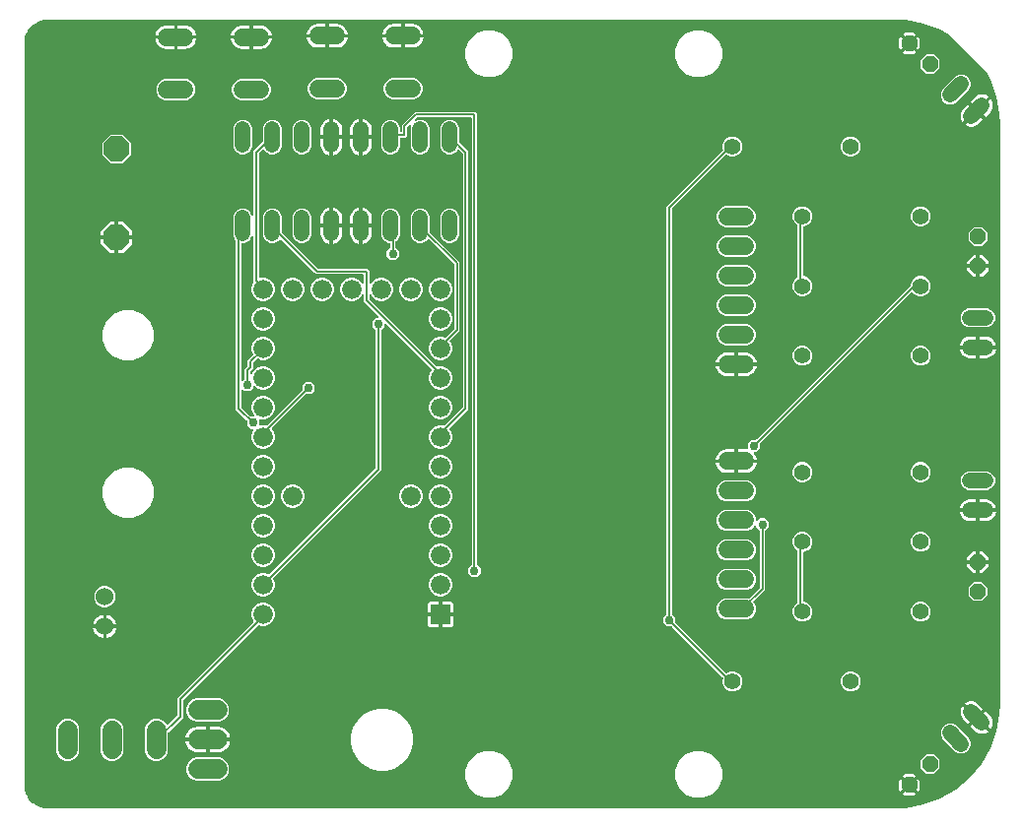
<source format=gbr>
G04 EAGLE Gerber RS-274X export*
G75*
%MOMM*%
%FSLAX34Y34*%
%LPD*%
%INBottom Copper*%
%IPPOS*%
%AMOC8*
5,1,8,0,0,1.08239X$1,22.5*%
G01*
%ADD10C,1.524000*%
%ADD11P,2.336880X8X112.500000*%
%ADD12C,1.320800*%
%ADD13C,1.676400*%
%ADD14P,1.429621X8X157.500000*%
%ADD15P,1.429621X8X292.500000*%
%ADD16P,1.429621X8X112.500000*%
%ADD17P,1.429621X8X247.500000*%
%ADD18C,1.400000*%
%ADD19C,1.524000*%
%ADD20R,1.676400X1.676400*%
%ADD21C,1.676400*%
%ADD22C,0.152400*%
%ADD23C,0.756400*%

G36*
X760013Y10925D02*
X760013Y10925D01*
X760033Y10923D01*
X767730Y11260D01*
X767761Y11266D01*
X767829Y11270D01*
X782990Y13944D01*
X783020Y13954D01*
X783118Y13978D01*
X797584Y19243D01*
X797612Y19259D01*
X797705Y19299D01*
X811037Y26997D01*
X811061Y27016D01*
X811127Y27060D01*
X811133Y27064D01*
X811136Y27066D01*
X811145Y27073D01*
X822938Y36968D01*
X822959Y36992D01*
X823032Y37062D01*
X832927Y48855D01*
X832943Y48882D01*
X833003Y48963D01*
X840701Y62295D01*
X840712Y62325D01*
X840757Y62416D01*
X846022Y76882D01*
X846028Y76913D01*
X846032Y76925D01*
X846042Y76946D01*
X846044Y76967D01*
X846056Y77010D01*
X848730Y92171D01*
X848730Y92202D01*
X848740Y92270D01*
X849077Y99967D01*
X849075Y99980D01*
X849077Y100000D01*
X849077Y600000D01*
X849075Y600013D01*
X849077Y600033D01*
X848740Y607730D01*
X848734Y607761D01*
X848730Y607829D01*
X846056Y622990D01*
X846046Y623020D01*
X846022Y623118D01*
X840757Y637584D01*
X840741Y637612D01*
X840701Y637705D01*
X837102Y643938D01*
X837092Y643950D01*
X837086Y643965D01*
X836981Y644096D01*
X804096Y676981D01*
X804083Y676990D01*
X804073Y677003D01*
X803938Y677102D01*
X797705Y680701D01*
X797675Y680712D01*
X797584Y680757D01*
X783118Y686022D01*
X783087Y686028D01*
X782990Y686056D01*
X767829Y688730D01*
X767798Y688730D01*
X767730Y688740D01*
X760033Y689077D01*
X760020Y689075D01*
X760000Y689077D01*
X30000Y689077D01*
X29981Y689074D01*
X29950Y689076D01*
X27560Y688919D01*
X27536Y688914D01*
X27412Y688895D01*
X22794Y687657D01*
X22779Y687651D01*
X22764Y687648D01*
X22610Y687581D01*
X18469Y685190D01*
X18457Y685180D01*
X18443Y685174D01*
X18312Y685069D01*
X14931Y681688D01*
X14921Y681676D01*
X14909Y681666D01*
X14810Y681531D01*
X12419Y677390D01*
X12413Y677375D01*
X12404Y677363D01*
X12343Y677206D01*
X11105Y672588D01*
X11103Y672564D01*
X11081Y672441D01*
X10924Y670050D01*
X10926Y670031D01*
X10923Y670000D01*
X10923Y30000D01*
X10926Y29982D01*
X10924Y29950D01*
X11081Y27560D01*
X11086Y27536D01*
X11105Y27412D01*
X12343Y22794D01*
X12349Y22779D01*
X12352Y22764D01*
X12419Y22610D01*
X14810Y18469D01*
X14820Y18457D01*
X14826Y18443D01*
X14931Y18312D01*
X18312Y14931D01*
X18324Y14921D01*
X18334Y14909D01*
X18469Y14810D01*
X22610Y12419D01*
X22625Y12413D01*
X22637Y12404D01*
X22794Y12343D01*
X27412Y11105D01*
X27436Y11103D01*
X27559Y11081D01*
X29950Y10924D01*
X29969Y10926D01*
X30000Y10923D01*
X760000Y10923D01*
X760013Y10925D01*
G37*
%LPC*%
G36*
X213929Y320293D02*
X213929Y320293D01*
X210288Y321801D01*
X207501Y324588D01*
X205993Y328229D01*
X205993Y332171D01*
X207501Y335812D01*
X207583Y335894D01*
X207625Y335952D01*
X207675Y336004D01*
X207697Y336051D01*
X207727Y336093D01*
X207748Y336162D01*
X207778Y336227D01*
X207784Y336279D01*
X207799Y336328D01*
X207798Y336400D01*
X207805Y336471D01*
X207794Y336522D01*
X207793Y336574D01*
X207768Y336642D01*
X207753Y336712D01*
X207726Y336757D01*
X207709Y336805D01*
X207664Y336861D01*
X207627Y336923D01*
X207587Y336957D01*
X207555Y336997D01*
X207495Y337036D01*
X207440Y337083D01*
X207392Y337102D01*
X207348Y337130D01*
X207279Y337148D01*
X207212Y337175D01*
X207141Y337183D01*
X207110Y337191D01*
X207086Y337189D01*
X207045Y337193D01*
X205302Y337193D01*
X202193Y340302D01*
X202193Y344257D01*
X202179Y344348D01*
X202171Y344438D01*
X202159Y344468D01*
X202154Y344500D01*
X202111Y344581D01*
X202075Y344665D01*
X202049Y344697D01*
X202038Y344718D01*
X202015Y344740D01*
X201970Y344796D01*
X192713Y354053D01*
X192713Y499172D01*
X192699Y499262D01*
X192691Y499353D01*
X192679Y499382D01*
X192674Y499414D01*
X192631Y499495D01*
X192595Y499579D01*
X192569Y499611D01*
X192558Y499632D01*
X192535Y499654D01*
X192490Y499710D01*
X191509Y500691D01*
X190271Y503679D01*
X190271Y520121D01*
X191509Y523109D01*
X193795Y525395D01*
X196783Y526633D01*
X200017Y526633D01*
X203005Y525395D01*
X205291Y523109D01*
X206249Y520797D01*
X206300Y520714D01*
X206346Y520628D01*
X206364Y520610D01*
X206378Y520588D01*
X206454Y520526D01*
X206524Y520459D01*
X206548Y520448D01*
X206568Y520431D01*
X206659Y520396D01*
X206747Y520355D01*
X206773Y520352D01*
X206797Y520343D01*
X206895Y520339D01*
X206991Y520328D01*
X207017Y520334D01*
X207043Y520332D01*
X207137Y520360D01*
X207232Y520380D01*
X207254Y520394D01*
X207279Y520401D01*
X207359Y520456D01*
X207443Y520506D01*
X207460Y520526D01*
X207481Y520541D01*
X207540Y520619D01*
X207603Y520693D01*
X207613Y520718D01*
X207628Y520739D01*
X207658Y520831D01*
X207695Y520921D01*
X207698Y520954D01*
X207704Y520972D01*
X207704Y521005D01*
X207713Y521088D01*
X207713Y575947D01*
X215448Y583682D01*
X215501Y583756D01*
X215561Y583826D01*
X215573Y583856D01*
X215592Y583882D01*
X215619Y583969D01*
X215653Y584054D01*
X215657Y584095D01*
X215664Y584117D01*
X215663Y584149D01*
X215671Y584221D01*
X215671Y596321D01*
X216909Y599309D01*
X219195Y601595D01*
X222183Y602833D01*
X225417Y602833D01*
X228405Y601595D01*
X230691Y599309D01*
X231929Y596321D01*
X231929Y579879D01*
X230691Y576891D01*
X228405Y574605D01*
X225417Y573367D01*
X222183Y573367D01*
X219195Y574605D01*
X216909Y576891D01*
X216822Y577100D01*
X216798Y577139D01*
X216782Y577182D01*
X216734Y577243D01*
X216693Y577309D01*
X216657Y577338D01*
X216629Y577374D01*
X216563Y577416D01*
X216503Y577466D01*
X216460Y577482D01*
X216422Y577507D01*
X216346Y577526D01*
X216274Y577554D01*
X216228Y577556D01*
X216183Y577567D01*
X216106Y577561D01*
X216028Y577564D01*
X215984Y577552D01*
X215938Y577548D01*
X215867Y577518D01*
X215792Y577496D01*
X215754Y577470D01*
X215712Y577452D01*
X215605Y577366D01*
X215590Y577356D01*
X215587Y577352D01*
X215581Y577347D01*
X212510Y574276D01*
X212456Y574202D01*
X212397Y574132D01*
X212385Y574102D01*
X212366Y574076D01*
X212339Y573989D01*
X212305Y573904D01*
X212301Y573863D01*
X212294Y573841D01*
X212295Y573809D01*
X212287Y573737D01*
X212287Y467566D01*
X212294Y467520D01*
X212292Y467474D01*
X212314Y467400D01*
X212326Y467323D01*
X212348Y467282D01*
X212361Y467238D01*
X212405Y467174D01*
X212442Y467105D01*
X212475Y467074D01*
X212501Y467036D01*
X212564Y466990D01*
X212620Y466936D01*
X212662Y466917D01*
X212698Y466889D01*
X212772Y466865D01*
X212843Y466832D01*
X212889Y466827D01*
X212932Y466813D01*
X213010Y466814D01*
X213087Y466805D01*
X213132Y466815D01*
X213178Y466816D01*
X213309Y466854D01*
X213328Y466858D01*
X213332Y466860D01*
X213339Y466862D01*
X213929Y467107D01*
X217871Y467107D01*
X221512Y465599D01*
X224299Y462812D01*
X225807Y459171D01*
X225807Y455229D01*
X224299Y451588D01*
X221512Y448801D01*
X217871Y447293D01*
X213929Y447293D01*
X210288Y448801D01*
X207501Y451588D01*
X205993Y455229D01*
X205993Y459171D01*
X207501Y462812D01*
X207690Y463000D01*
X207701Y463016D01*
X207717Y463029D01*
X207773Y463116D01*
X207833Y463200D01*
X207839Y463219D01*
X207850Y463235D01*
X207875Y463336D01*
X207906Y463435D01*
X207905Y463455D01*
X207910Y463474D01*
X207902Y463577D01*
X207899Y463681D01*
X207892Y463699D01*
X207891Y463719D01*
X207850Y463814D01*
X207815Y463912D01*
X207802Y463927D01*
X207794Y463946D01*
X207713Y464047D01*
X207713Y502712D01*
X207711Y502723D01*
X207712Y502730D01*
X207705Y502765D01*
X207698Y502808D01*
X207688Y502905D01*
X207678Y502929D01*
X207674Y502955D01*
X207628Y503041D01*
X207588Y503130D01*
X207571Y503149D01*
X207558Y503172D01*
X207488Y503239D01*
X207422Y503311D01*
X207399Y503323D01*
X207380Y503341D01*
X207292Y503382D01*
X207206Y503429D01*
X207181Y503434D01*
X207157Y503445D01*
X207060Y503456D01*
X206964Y503473D01*
X206938Y503469D01*
X206913Y503472D01*
X206817Y503451D01*
X206721Y503437D01*
X206698Y503425D01*
X206672Y503420D01*
X206589Y503370D01*
X206502Y503326D01*
X206483Y503307D01*
X206461Y503294D01*
X206398Y503220D01*
X206330Y503150D01*
X206314Y503121D01*
X206301Y503107D01*
X206289Y503076D01*
X206249Y503003D01*
X205291Y500691D01*
X203005Y498405D01*
X200017Y497167D01*
X198048Y497167D01*
X198028Y497164D01*
X198009Y497166D01*
X197907Y497144D01*
X197805Y497128D01*
X197788Y497118D01*
X197768Y497114D01*
X197679Y497061D01*
X197588Y497012D01*
X197574Y496998D01*
X197557Y496988D01*
X197490Y496909D01*
X197418Y496834D01*
X197410Y496816D01*
X197397Y496801D01*
X197358Y496705D01*
X197315Y496611D01*
X197313Y496591D01*
X197305Y496573D01*
X197287Y496406D01*
X197287Y379129D01*
X197298Y379059D01*
X197300Y378987D01*
X197318Y378938D01*
X197326Y378887D01*
X197360Y378823D01*
X197385Y378756D01*
X197417Y378715D01*
X197442Y378669D01*
X197494Y378620D01*
X197538Y378564D01*
X197582Y378536D01*
X197620Y378500D01*
X197685Y378470D01*
X197745Y378431D01*
X197796Y378418D01*
X197843Y378396D01*
X197914Y378388D01*
X197984Y378371D01*
X198036Y378375D01*
X198087Y378369D01*
X198158Y378384D01*
X198229Y378390D01*
X198277Y378410D01*
X198328Y378421D01*
X198389Y378458D01*
X198455Y378486D01*
X198511Y378531D01*
X198539Y378548D01*
X198554Y378565D01*
X198586Y378591D01*
X199990Y379995D01*
X200043Y380069D01*
X200103Y380139D01*
X200115Y380169D01*
X200134Y380195D01*
X200161Y380282D01*
X200195Y380367D01*
X200199Y380408D01*
X200206Y380430D01*
X200205Y380462D01*
X200213Y380533D01*
X200213Y388447D01*
X202490Y390724D01*
X202543Y390798D01*
X202603Y390868D01*
X202615Y390898D01*
X202634Y390924D01*
X202661Y391011D01*
X202695Y391096D01*
X202699Y391137D01*
X202706Y391159D01*
X202705Y391191D01*
X202713Y391263D01*
X202713Y395947D01*
X204276Y397510D01*
X207157Y400391D01*
X207225Y400486D01*
X207295Y400580D01*
X207297Y400586D01*
X207301Y400591D01*
X207335Y400701D01*
X207371Y400814D01*
X207371Y400820D01*
X207373Y400826D01*
X207370Y400943D01*
X207369Y401060D01*
X207367Y401067D01*
X207367Y401072D01*
X207360Y401089D01*
X207322Y401221D01*
X205993Y404429D01*
X205993Y408371D01*
X207501Y412012D01*
X210288Y414799D01*
X213929Y416307D01*
X217871Y416307D01*
X221512Y414799D01*
X224299Y412012D01*
X225807Y408371D01*
X225807Y404429D01*
X224299Y400788D01*
X221512Y398001D01*
X217871Y396493D01*
X213929Y396493D01*
X211428Y397529D01*
X211314Y397556D01*
X211201Y397585D01*
X211195Y397584D01*
X211188Y397586D01*
X211072Y397575D01*
X210956Y397566D01*
X210950Y397563D01*
X210944Y397563D01*
X210836Y397515D01*
X210729Y397469D01*
X210723Y397465D01*
X210719Y397463D01*
X210705Y397450D01*
X210598Y397364D01*
X207510Y394276D01*
X207456Y394202D01*
X207397Y394132D01*
X207385Y394102D01*
X207366Y394076D01*
X207339Y393989D01*
X207305Y393904D01*
X207301Y393863D01*
X207294Y393841D01*
X207295Y393809D01*
X207287Y393737D01*
X207287Y389053D01*
X205010Y386776D01*
X204957Y386702D01*
X204897Y386632D01*
X204885Y386602D01*
X204866Y386576D01*
X204839Y386489D01*
X204805Y386404D01*
X204801Y386363D01*
X204794Y386341D01*
X204795Y386309D01*
X204787Y386237D01*
X204787Y383885D01*
X204802Y383789D01*
X204812Y383692D01*
X204822Y383668D01*
X204826Y383642D01*
X204872Y383556D01*
X204912Y383467D01*
X204929Y383448D01*
X204942Y383425D01*
X205012Y383358D01*
X205078Y383286D01*
X205101Y383273D01*
X205120Y383255D01*
X205208Y383214D01*
X205294Y383167D01*
X205319Y383163D01*
X205343Y383152D01*
X205440Y383141D01*
X205536Y383124D01*
X205562Y383127D01*
X205587Y383125D01*
X205683Y383145D01*
X205779Y383159D01*
X205802Y383171D01*
X205828Y383177D01*
X205911Y383227D01*
X205998Y383271D01*
X206017Y383290D01*
X206039Y383303D01*
X206102Y383377D01*
X206170Y383446D01*
X206186Y383475D01*
X206199Y383490D01*
X206211Y383521D01*
X206251Y383593D01*
X207501Y386612D01*
X210288Y389399D01*
X213929Y390907D01*
X217871Y390907D01*
X221512Y389399D01*
X224299Y386612D01*
X225807Y382971D01*
X225807Y379029D01*
X224299Y375388D01*
X221512Y372601D01*
X217871Y371093D01*
X213929Y371093D01*
X210288Y372601D01*
X209106Y373784D01*
X209048Y373825D01*
X208996Y373875D01*
X208949Y373897D01*
X208907Y373927D01*
X208838Y373948D01*
X208773Y373978D01*
X208721Y373984D01*
X208671Y373999D01*
X208600Y373998D01*
X208529Y374005D01*
X208478Y373994D01*
X208426Y373993D01*
X208358Y373968D01*
X208288Y373953D01*
X208243Y373926D01*
X208195Y373909D01*
X208139Y373864D01*
X208077Y373827D01*
X208043Y373787D01*
X208003Y373755D01*
X207964Y373695D01*
X207917Y373640D01*
X207898Y373592D01*
X207870Y373548D01*
X207852Y373478D01*
X207825Y373412D01*
X207817Y373341D01*
X207809Y373309D01*
X207811Y373286D01*
X207807Y373245D01*
X207807Y372802D01*
X204698Y369693D01*
X200302Y369693D01*
X198586Y371409D01*
X198528Y371451D01*
X198476Y371500D01*
X198429Y371522D01*
X198387Y371552D01*
X198318Y371574D01*
X198253Y371604D01*
X198201Y371609D01*
X198151Y371625D01*
X198080Y371623D01*
X198009Y371631D01*
X197958Y371620D01*
X197906Y371618D01*
X197838Y371594D01*
X197768Y371579D01*
X197723Y371552D01*
X197675Y371534D01*
X197619Y371489D01*
X197557Y371452D01*
X197523Y371413D01*
X197483Y371380D01*
X197444Y371320D01*
X197397Y371265D01*
X197378Y371217D01*
X197350Y371173D01*
X197332Y371104D01*
X197305Y371037D01*
X197297Y370966D01*
X197289Y370935D01*
X197291Y370912D01*
X197287Y370871D01*
X197287Y356263D01*
X197301Y356172D01*
X197309Y356082D01*
X197321Y356052D01*
X197326Y356020D01*
X197369Y355939D01*
X197405Y355855D01*
X197431Y355823D01*
X197442Y355802D01*
X197465Y355780D01*
X197510Y355724D01*
X205204Y348030D01*
X205278Y347977D01*
X205348Y347917D01*
X205378Y347905D01*
X205404Y347886D01*
X205491Y347859D01*
X205576Y347825D01*
X205617Y347821D01*
X205639Y347814D01*
X205671Y347815D01*
X205743Y347807D01*
X207845Y347807D01*
X207916Y347818D01*
X207988Y347820D01*
X208037Y347838D01*
X208088Y347846D01*
X208151Y347880D01*
X208219Y347905D01*
X208259Y347937D01*
X208305Y347962D01*
X208355Y348014D01*
X208411Y348058D01*
X208439Y348102D01*
X208475Y348140D01*
X208505Y348205D01*
X208544Y348265D01*
X208556Y348316D01*
X208578Y348363D01*
X208586Y348434D01*
X208604Y348504D01*
X208600Y348556D01*
X208605Y348607D01*
X208590Y348678D01*
X208585Y348749D01*
X208564Y348797D01*
X208553Y348848D01*
X208516Y348909D01*
X208488Y348975D01*
X208444Y349031D01*
X208427Y349059D01*
X208409Y349074D01*
X208384Y349106D01*
X207501Y349988D01*
X205993Y353629D01*
X205993Y357571D01*
X207501Y361212D01*
X210288Y363999D01*
X213929Y365507D01*
X217871Y365507D01*
X221512Y363999D01*
X224299Y361212D01*
X225807Y357571D01*
X225807Y353629D01*
X224299Y349988D01*
X221512Y347201D01*
X217871Y345693D01*
X213929Y345693D01*
X213850Y345726D01*
X213783Y345742D01*
X213773Y345747D01*
X213754Y345749D01*
X213661Y345777D01*
X213635Y345777D01*
X213610Y345782D01*
X213513Y345773D01*
X213415Y345771D01*
X213391Y345762D01*
X213365Y345759D01*
X213276Y345720D01*
X213184Y345686D01*
X213164Y345670D01*
X213141Y345659D01*
X213069Y345593D01*
X212992Y345532D01*
X212978Y345510D01*
X212960Y345493D01*
X212912Y345407D01*
X212859Y345325D01*
X212853Y345300D01*
X212841Y345277D01*
X212824Y345181D01*
X212800Y345086D01*
X212802Y345061D01*
X212797Y345035D01*
X212807Y344971D01*
X212807Y340781D01*
X212814Y340736D01*
X212812Y340690D01*
X212834Y340615D01*
X212846Y340538D01*
X212868Y340498D01*
X212881Y340454D01*
X212925Y340389D01*
X212962Y340321D01*
X212995Y340289D01*
X213021Y340252D01*
X213084Y340205D01*
X213140Y340151D01*
X213182Y340132D01*
X213218Y340105D01*
X213292Y340081D01*
X213363Y340048D01*
X213409Y340043D01*
X213452Y340029D01*
X213530Y340029D01*
X213607Y340021D01*
X213652Y340031D01*
X213698Y340031D01*
X213829Y340069D01*
X213848Y340073D01*
X213852Y340076D01*
X213859Y340078D01*
X213929Y340107D01*
X217871Y340107D01*
X218463Y339861D01*
X218576Y339835D01*
X218690Y339806D01*
X218696Y339807D01*
X218702Y339805D01*
X218819Y339816D01*
X218935Y339825D01*
X218941Y339828D01*
X218947Y339828D01*
X219055Y339876D01*
X219162Y339922D01*
X219167Y339926D01*
X219172Y339928D01*
X219186Y339941D01*
X219292Y340026D01*
X249470Y370204D01*
X249523Y370278D01*
X249583Y370348D01*
X249595Y370378D01*
X249614Y370404D01*
X249641Y370491D01*
X249675Y370576D01*
X249679Y370617D01*
X249686Y370639D01*
X249685Y370671D01*
X249693Y370743D01*
X249693Y374698D01*
X252802Y377807D01*
X257198Y377807D01*
X260307Y374698D01*
X260307Y370302D01*
X257198Y367193D01*
X253243Y367193D01*
X253152Y367179D01*
X253062Y367171D01*
X253032Y367159D01*
X253000Y367154D01*
X252919Y367111D01*
X252835Y367075D01*
X252803Y367049D01*
X252782Y367038D01*
X252777Y367033D01*
X252759Y367014D01*
X252704Y366970D01*
X223460Y337726D01*
X223449Y337710D01*
X223433Y337698D01*
X223377Y337611D01*
X223317Y337527D01*
X223311Y337508D01*
X223300Y337491D01*
X223275Y337390D01*
X223244Y337292D01*
X223245Y337272D01*
X223240Y337252D01*
X223248Y337149D01*
X223251Y337046D01*
X223258Y337027D01*
X223259Y337007D01*
X223300Y336912D01*
X223335Y336815D01*
X223348Y336799D01*
X223356Y336781D01*
X223460Y336650D01*
X224299Y335812D01*
X225807Y332171D01*
X225807Y328229D01*
X224299Y324588D01*
X221512Y321801D01*
X217871Y320293D01*
X213929Y320293D01*
G37*
%LPD*%
%LPC*%
G36*
X213929Y193293D02*
X213929Y193293D01*
X210288Y194801D01*
X207501Y197588D01*
X205993Y201229D01*
X205993Y205171D01*
X207501Y208812D01*
X210288Y211599D01*
X213929Y213107D01*
X217871Y213107D01*
X220584Y211983D01*
X220698Y211956D01*
X220811Y211927D01*
X220818Y211928D01*
X220824Y211927D01*
X220940Y211938D01*
X221057Y211947D01*
X221062Y211949D01*
X221069Y211950D01*
X221176Y211997D01*
X221283Y212043D01*
X221289Y212048D01*
X221293Y212050D01*
X221307Y212062D01*
X221414Y212148D01*
X312490Y303224D01*
X312543Y303298D01*
X312603Y303368D01*
X312615Y303398D01*
X312634Y303424D01*
X312661Y303511D01*
X312695Y303596D01*
X312699Y303637D01*
X312706Y303659D01*
X312705Y303691D01*
X312713Y303763D01*
X312713Y421967D01*
X312699Y422057D01*
X312691Y422148D01*
X312679Y422177D01*
X312674Y422209D01*
X312631Y422290D01*
X312595Y422374D01*
X312569Y422406D01*
X312558Y422427D01*
X312535Y422449D01*
X312490Y422505D01*
X309693Y425302D01*
X309693Y429698D01*
X312802Y432807D01*
X314622Y432807D01*
X314692Y432818D01*
X314764Y432820D01*
X314813Y432838D01*
X314864Y432846D01*
X314928Y432880D01*
X314995Y432905D01*
X315036Y432937D01*
X315082Y432962D01*
X315131Y433014D01*
X315187Y433058D01*
X315215Y433102D01*
X315251Y433140D01*
X315281Y433205D01*
X315320Y433265D01*
X315333Y433316D01*
X315355Y433363D01*
X315363Y433434D01*
X315380Y433504D01*
X315376Y433556D01*
X315382Y433607D01*
X315367Y433678D01*
X315361Y433749D01*
X315341Y433797D01*
X315330Y433848D01*
X315293Y433909D01*
X315265Y433975D01*
X315220Y434031D01*
X315203Y434059D01*
X315186Y434074D01*
X315160Y434106D01*
X302713Y446553D01*
X302713Y453108D01*
X302698Y453204D01*
X302688Y453301D01*
X302678Y453325D01*
X302674Y453351D01*
X302628Y453437D01*
X302588Y453526D01*
X302571Y453545D01*
X302558Y453568D01*
X302488Y453635D01*
X302422Y453707D01*
X302399Y453720D01*
X302380Y453738D01*
X302292Y453779D01*
X302206Y453826D01*
X302181Y453830D01*
X302157Y453841D01*
X302060Y453852D01*
X301964Y453869D01*
X301938Y453865D01*
X301913Y453868D01*
X301817Y453848D01*
X301721Y453833D01*
X301698Y453822D01*
X301672Y453816D01*
X301589Y453766D01*
X301502Y453722D01*
X301483Y453703D01*
X301461Y453690D01*
X301398Y453616D01*
X301330Y453546D01*
X301314Y453518D01*
X301301Y453503D01*
X301289Y453472D01*
X301249Y453399D01*
X300499Y451588D01*
X297712Y448801D01*
X294071Y447293D01*
X290129Y447293D01*
X286488Y448801D01*
X283701Y451588D01*
X282193Y455229D01*
X282193Y459171D01*
X283701Y462812D01*
X286488Y465599D01*
X290129Y467107D01*
X294071Y467107D01*
X297712Y465599D01*
X300499Y462812D01*
X301249Y461001D01*
X301300Y460918D01*
X301346Y460832D01*
X301364Y460814D01*
X301378Y460792D01*
X301454Y460729D01*
X301524Y460662D01*
X301548Y460651D01*
X301568Y460635D01*
X301659Y460600D01*
X301747Y460559D01*
X301773Y460556D01*
X301797Y460547D01*
X301895Y460542D01*
X301991Y460532D01*
X302017Y460537D01*
X302043Y460536D01*
X302137Y460563D01*
X302232Y460584D01*
X302254Y460597D01*
X302279Y460605D01*
X302359Y460660D01*
X302443Y460710D01*
X302460Y460730D01*
X302481Y460745D01*
X302540Y460823D01*
X302603Y460897D01*
X302613Y460921D01*
X302628Y460942D01*
X302658Y461035D01*
X302695Y461125D01*
X302698Y461158D01*
X302704Y461176D01*
X302704Y461209D01*
X302713Y461292D01*
X302713Y469452D01*
X302710Y469472D01*
X302712Y469491D01*
X302690Y469593D01*
X302674Y469695D01*
X302664Y469712D01*
X302660Y469732D01*
X302607Y469821D01*
X302558Y469912D01*
X302544Y469926D01*
X302534Y469943D01*
X302455Y470010D01*
X302380Y470082D01*
X302362Y470090D01*
X302347Y470103D01*
X302251Y470142D01*
X302157Y470185D01*
X302137Y470187D01*
X302119Y470195D01*
X301952Y470213D01*
X261553Y470213D01*
X259990Y471776D01*
X231421Y500345D01*
X231405Y500357D01*
X231393Y500372D01*
X231305Y500428D01*
X231221Y500488D01*
X231203Y500494D01*
X231186Y500505D01*
X231085Y500530D01*
X230986Y500561D01*
X230966Y500560D01*
X230947Y500565D01*
X230844Y500557D01*
X230741Y500554D01*
X230722Y500548D01*
X230702Y500546D01*
X230607Y500506D01*
X230509Y500470D01*
X230494Y500457D01*
X230476Y500450D01*
X230345Y500345D01*
X228405Y498405D01*
X225417Y497167D01*
X222183Y497167D01*
X219195Y498405D01*
X216909Y500691D01*
X215671Y503679D01*
X215671Y520121D01*
X216909Y523109D01*
X219195Y525395D01*
X222183Y526633D01*
X225417Y526633D01*
X228405Y525395D01*
X230691Y523109D01*
X231929Y520121D01*
X231929Y506620D01*
X231943Y506530D01*
X231951Y506439D01*
X231963Y506410D01*
X231968Y506378D01*
X232011Y506297D01*
X232047Y506213D01*
X232073Y506181D01*
X232084Y506160D01*
X232107Y506138D01*
X232152Y506082D01*
X263224Y475010D01*
X263298Y474957D01*
X263368Y474897D01*
X263398Y474885D01*
X263424Y474866D01*
X263511Y474839D01*
X263596Y474805D01*
X263637Y474801D01*
X263659Y474794D01*
X263691Y474795D01*
X263763Y474787D01*
X305947Y474787D01*
X307287Y473447D01*
X307287Y462258D01*
X307302Y462162D01*
X307312Y462065D01*
X307322Y462041D01*
X307326Y462015D01*
X307372Y461929D01*
X307412Y461840D01*
X307429Y461821D01*
X307442Y461797D01*
X307512Y461730D01*
X307578Y461659D01*
X307601Y461646D01*
X307620Y461628D01*
X307708Y461587D01*
X307794Y461540D01*
X307819Y461535D01*
X307843Y461524D01*
X307940Y461514D01*
X308036Y461496D01*
X308062Y461500D01*
X308087Y461497D01*
X308183Y461518D01*
X308279Y461532D01*
X308302Y461544D01*
X308328Y461550D01*
X308411Y461600D01*
X308498Y461644D01*
X308517Y461662D01*
X308539Y461676D01*
X308602Y461750D01*
X308670Y461819D01*
X308686Y461848D01*
X308699Y461863D01*
X308711Y461893D01*
X308751Y461966D01*
X309101Y462812D01*
X311888Y465599D01*
X315529Y467107D01*
X319471Y467107D01*
X323112Y465599D01*
X325899Y462812D01*
X327407Y459171D01*
X327407Y455229D01*
X325899Y451588D01*
X323112Y448801D01*
X319471Y447293D01*
X315529Y447293D01*
X311888Y448801D01*
X309101Y451588D01*
X308751Y452434D01*
X308700Y452517D01*
X308654Y452603D01*
X308636Y452620D01*
X308622Y452643D01*
X308546Y452705D01*
X308476Y452772D01*
X308452Y452783D01*
X308432Y452800D01*
X308341Y452835D01*
X308253Y452876D01*
X308227Y452878D01*
X308203Y452888D01*
X308105Y452892D01*
X308009Y452903D01*
X307983Y452897D01*
X307957Y452898D01*
X307863Y452871D01*
X307768Y452850D01*
X307746Y452837D01*
X307721Y452830D01*
X307641Y452774D01*
X307557Y452724D01*
X307540Y452704D01*
X307519Y452689D01*
X307460Y452611D01*
X307397Y452537D01*
X307387Y452513D01*
X307372Y452492D01*
X307342Y452400D01*
X307305Y452309D01*
X307302Y452277D01*
X307296Y452258D01*
X307296Y452225D01*
X307287Y452142D01*
X307287Y448763D01*
X307301Y448672D01*
X307309Y448582D01*
X307321Y448552D01*
X307326Y448520D01*
X307369Y448439D01*
X307405Y448355D01*
X307431Y448323D01*
X307442Y448302D01*
X307465Y448280D01*
X307510Y448224D01*
X364908Y390826D01*
X365001Y390759D01*
X365096Y390688D01*
X365102Y390687D01*
X365107Y390683D01*
X365218Y390649D01*
X365330Y390612D01*
X365336Y390612D01*
X365342Y390611D01*
X365459Y390614D01*
X365576Y390615D01*
X365583Y390617D01*
X365588Y390617D01*
X365606Y390623D01*
X365737Y390661D01*
X366329Y390907D01*
X370271Y390907D01*
X373912Y389399D01*
X376699Y386612D01*
X378207Y382971D01*
X378207Y379029D01*
X376699Y375388D01*
X373912Y372601D01*
X370271Y371093D01*
X366329Y371093D01*
X362688Y372601D01*
X359901Y375388D01*
X358393Y379029D01*
X358393Y382971D01*
X359901Y386612D01*
X360740Y387450D01*
X360751Y387466D01*
X360767Y387479D01*
X360823Y387566D01*
X360883Y387650D01*
X360889Y387669D01*
X360900Y387685D01*
X360925Y387786D01*
X360956Y387885D01*
X360955Y387905D01*
X360960Y387924D01*
X360952Y388027D01*
X360949Y388131D01*
X360942Y388149D01*
X360941Y388169D01*
X360900Y388264D01*
X360865Y388362D01*
X360852Y388377D01*
X360844Y388395D01*
X360740Y388526D01*
X321606Y427660D01*
X321548Y427702D01*
X321496Y427751D01*
X321449Y427773D01*
X321407Y427803D01*
X321338Y427824D01*
X321273Y427855D01*
X321221Y427860D01*
X321171Y427876D01*
X321100Y427874D01*
X321029Y427882D01*
X320978Y427871D01*
X320926Y427869D01*
X320858Y427845D01*
X320788Y427830D01*
X320744Y427803D01*
X320695Y427785D01*
X320639Y427740D01*
X320577Y427703D01*
X320543Y427664D01*
X320503Y427631D01*
X320464Y427571D01*
X320417Y427516D01*
X320398Y427468D01*
X320370Y427424D01*
X320352Y427355D01*
X320325Y427288D01*
X320317Y427217D01*
X320309Y427186D01*
X320311Y427162D01*
X320307Y427122D01*
X320307Y425302D01*
X317510Y422505D01*
X317463Y422440D01*
X317450Y422426D01*
X317447Y422419D01*
X317397Y422361D01*
X317385Y422331D01*
X317366Y422305D01*
X317339Y422218D01*
X317305Y422133D01*
X317301Y422092D01*
X317294Y422070D01*
X317295Y422038D01*
X317287Y421967D01*
X317287Y301553D01*
X224731Y208997D01*
X224663Y208903D01*
X224593Y208808D01*
X224591Y208802D01*
X224587Y208797D01*
X224553Y208686D01*
X224516Y208574D01*
X224517Y208568D01*
X224515Y208562D01*
X224518Y208445D01*
X224519Y208328D01*
X224521Y208321D01*
X224521Y208316D01*
X224527Y208298D01*
X224566Y208167D01*
X225807Y205171D01*
X225807Y201229D01*
X224299Y197588D01*
X221512Y194801D01*
X217871Y193293D01*
X213929Y193293D01*
G37*
%LPD*%
%LPC*%
G36*
X395302Y209693D02*
X395302Y209693D01*
X392193Y212802D01*
X392193Y217198D01*
X394990Y219995D01*
X395043Y220069D01*
X395103Y220139D01*
X395115Y220169D01*
X395134Y220195D01*
X395161Y220282D01*
X395195Y220367D01*
X395199Y220408D01*
X395206Y220430D01*
X395205Y220462D01*
X395213Y220533D01*
X395213Y604452D01*
X395210Y604472D01*
X395212Y604491D01*
X395190Y604593D01*
X395174Y604695D01*
X395164Y604712D01*
X395160Y604732D01*
X395107Y604821D01*
X395058Y604912D01*
X395044Y604926D01*
X395034Y604943D01*
X394955Y605010D01*
X394880Y605082D01*
X394862Y605090D01*
X394847Y605103D01*
X394751Y605142D01*
X394657Y605185D01*
X394637Y605187D01*
X394619Y605195D01*
X394452Y605213D01*
X348763Y605213D01*
X348672Y605199D01*
X348582Y605191D01*
X348552Y605179D01*
X348520Y605174D01*
X348439Y605131D01*
X348355Y605095D01*
X348323Y605069D01*
X348302Y605058D01*
X348280Y605035D01*
X348224Y604990D01*
X346569Y603335D01*
X346512Y603256D01*
X346450Y603181D01*
X346441Y603157D01*
X346426Y603135D01*
X346397Y603042D01*
X346362Y602951D01*
X346361Y602925D01*
X346353Y602900D01*
X346356Y602803D01*
X346352Y602706D01*
X346359Y602681D01*
X346360Y602654D01*
X346393Y602563D01*
X346420Y602469D01*
X346435Y602448D01*
X346444Y602423D01*
X346505Y602347D01*
X346560Y602267D01*
X346581Y602252D01*
X346598Y602231D01*
X346680Y602179D01*
X346758Y602121D01*
X346783Y602113D01*
X346805Y602098D01*
X346899Y602075D01*
X346992Y602044D01*
X347018Y602045D01*
X347043Y602038D01*
X347140Y602046D01*
X347238Y602047D01*
X347269Y602056D01*
X347288Y602057D01*
X347319Y602070D01*
X347399Y602094D01*
X349183Y602833D01*
X352417Y602833D01*
X355405Y601595D01*
X357691Y599309D01*
X358929Y596321D01*
X358929Y579879D01*
X357691Y576891D01*
X355405Y574605D01*
X352417Y573367D01*
X349183Y573367D01*
X346195Y574605D01*
X343909Y576891D01*
X342671Y579879D01*
X342671Y596321D01*
X343410Y598105D01*
X343433Y598200D01*
X343461Y598293D01*
X343461Y598319D01*
X343467Y598345D01*
X343457Y598442D01*
X343455Y598539D01*
X343446Y598564D01*
X343443Y598590D01*
X343404Y598678D01*
X343370Y598770D01*
X343354Y598791D01*
X343343Y598814D01*
X343278Y598886D01*
X343217Y598962D01*
X343195Y598976D01*
X343177Y598995D01*
X343092Y599042D01*
X343010Y599095D01*
X342985Y599101D01*
X342962Y599114D01*
X342866Y599131D01*
X342771Y599155D01*
X342745Y599153D01*
X342720Y599158D01*
X342623Y599144D01*
X342526Y599136D01*
X342502Y599126D01*
X342476Y599122D01*
X342389Y599078D01*
X342300Y599040D01*
X342274Y599019D01*
X342257Y599010D01*
X342234Y598987D01*
X342169Y598935D01*
X340010Y596776D01*
X339957Y596702D01*
X339897Y596632D01*
X339885Y596602D01*
X339866Y596576D01*
X339839Y596489D01*
X339805Y596404D01*
X339801Y596363D01*
X339794Y596341D01*
X339795Y596309D01*
X339787Y596237D01*
X339787Y589053D01*
X338447Y587713D01*
X334290Y587713D01*
X334270Y587710D01*
X334251Y587712D01*
X334149Y587690D01*
X334047Y587674D01*
X334030Y587664D01*
X334010Y587660D01*
X333921Y587607D01*
X333830Y587558D01*
X333816Y587544D01*
X333799Y587534D01*
X333732Y587455D01*
X333660Y587380D01*
X333652Y587362D01*
X333639Y587347D01*
X333600Y587251D01*
X333557Y587157D01*
X333555Y587137D01*
X333547Y587119D01*
X333529Y586952D01*
X333529Y579879D01*
X332291Y576891D01*
X330005Y574605D01*
X327017Y573367D01*
X323783Y573367D01*
X320795Y574605D01*
X318509Y576891D01*
X317271Y579879D01*
X317271Y596321D01*
X318509Y599309D01*
X320795Y601595D01*
X323783Y602833D01*
X327017Y602833D01*
X330005Y601595D01*
X332291Y599309D01*
X333529Y596321D01*
X333529Y593048D01*
X333532Y593028D01*
X333530Y593009D01*
X333552Y592907D01*
X333568Y592805D01*
X333578Y592788D01*
X333582Y592768D01*
X333635Y592679D01*
X333684Y592588D01*
X333698Y592574D01*
X333708Y592557D01*
X333787Y592490D01*
X333862Y592418D01*
X333880Y592410D01*
X333895Y592397D01*
X333991Y592358D01*
X334085Y592315D01*
X334105Y592313D01*
X334123Y592305D01*
X334290Y592287D01*
X334452Y592287D01*
X334472Y592290D01*
X334491Y592288D01*
X334593Y592310D01*
X334695Y592326D01*
X334712Y592336D01*
X334732Y592340D01*
X334821Y592393D01*
X334912Y592442D01*
X334926Y592456D01*
X334943Y592466D01*
X335010Y592545D01*
X335082Y592620D01*
X335090Y592638D01*
X335103Y592653D01*
X335142Y592749D01*
X335185Y592843D01*
X335187Y592863D01*
X335195Y592881D01*
X335213Y593048D01*
X335213Y598447D01*
X346553Y609787D01*
X398447Y609787D01*
X399787Y608447D01*
X399787Y220533D01*
X399801Y220443D01*
X399809Y220352D01*
X399821Y220323D01*
X399826Y220291D01*
X399869Y220210D01*
X399905Y220126D01*
X399931Y220094D01*
X399942Y220073D01*
X399965Y220051D01*
X400010Y219995D01*
X402807Y217198D01*
X402807Y212802D01*
X399698Y209693D01*
X395302Y209693D01*
G37*
%LPD*%
%LPC*%
G36*
X617504Y111475D02*
X617504Y111475D01*
X614371Y112773D01*
X611973Y115171D01*
X610675Y118304D01*
X610675Y121696D01*
X611036Y122566D01*
X611045Y122604D01*
X611053Y122621D01*
X611057Y122655D01*
X611062Y122680D01*
X611091Y122793D01*
X611090Y122799D01*
X611092Y122805D01*
X611081Y122922D01*
X611072Y123038D01*
X611069Y123044D01*
X611069Y123050D01*
X611021Y123157D01*
X610975Y123264D01*
X610971Y123270D01*
X610969Y123275D01*
X610956Y123289D01*
X610871Y123395D01*
X567296Y166970D01*
X567222Y167023D01*
X567152Y167083D01*
X567122Y167095D01*
X567096Y167114D01*
X567009Y167141D01*
X566924Y167175D01*
X566883Y167179D01*
X566861Y167186D01*
X566829Y167185D01*
X566757Y167193D01*
X562802Y167193D01*
X559693Y170302D01*
X559693Y174698D01*
X562490Y177495D01*
X562543Y177569D01*
X562603Y177639D01*
X562615Y177669D01*
X562634Y177695D01*
X562661Y177782D01*
X562695Y177867D01*
X562699Y177908D01*
X562706Y177930D01*
X562705Y177962D01*
X562713Y178033D01*
X562713Y528447D01*
X564276Y530010D01*
X610871Y576605D01*
X610938Y576699D01*
X611009Y576793D01*
X611011Y576799D01*
X611014Y576804D01*
X611048Y576915D01*
X611085Y577027D01*
X611085Y577033D01*
X611087Y577039D01*
X611084Y577156D01*
X611082Y577273D01*
X611080Y577280D01*
X611080Y577285D01*
X611074Y577303D01*
X611036Y577434D01*
X610675Y578304D01*
X610675Y581696D01*
X611973Y584829D01*
X614371Y587227D01*
X617504Y588525D01*
X620896Y588525D01*
X624029Y587227D01*
X626427Y584829D01*
X627725Y581696D01*
X627725Y578304D01*
X626427Y575171D01*
X624029Y572773D01*
X620896Y571475D01*
X617504Y571475D01*
X614243Y572826D01*
X614242Y572827D01*
X614239Y572828D01*
X614231Y572831D01*
X614154Y572849D01*
X614141Y572852D01*
X614043Y572883D01*
X614023Y572882D01*
X614003Y572887D01*
X613995Y572886D01*
X613992Y572887D01*
X613931Y572881D01*
X613900Y572879D01*
X613797Y572876D01*
X613778Y572870D01*
X613758Y572868D01*
X613750Y572864D01*
X613747Y572864D01*
X613701Y572844D01*
X613663Y572828D01*
X613566Y572792D01*
X613550Y572779D01*
X613532Y572772D01*
X613522Y572764D01*
X613521Y572763D01*
X613401Y572667D01*
X567510Y526776D01*
X567457Y526702D01*
X567397Y526632D01*
X567385Y526602D01*
X567366Y526576D01*
X567339Y526489D01*
X567305Y526404D01*
X567301Y526363D01*
X567294Y526341D01*
X567295Y526309D01*
X567287Y526238D01*
X567287Y178033D01*
X567301Y177943D01*
X567309Y177852D01*
X567321Y177823D01*
X567326Y177791D01*
X567369Y177710D01*
X567405Y177626D01*
X567431Y177594D01*
X567442Y177573D01*
X567465Y177551D01*
X567510Y177495D01*
X570307Y174698D01*
X570307Y170743D01*
X570321Y170652D01*
X570329Y170562D01*
X570341Y170532D01*
X570346Y170500D01*
X570389Y170419D01*
X570425Y170335D01*
X570451Y170303D01*
X570462Y170282D01*
X570485Y170260D01*
X570530Y170204D01*
X613401Y127333D01*
X613423Y127317D01*
X613440Y127296D01*
X613522Y127246D01*
X613552Y127224D01*
X613590Y127196D01*
X613593Y127195D01*
X613601Y127190D01*
X613626Y127182D01*
X613650Y127167D01*
X613744Y127146D01*
X613773Y127136D01*
X613824Y127120D01*
X613827Y127120D01*
X613836Y127117D01*
X613863Y127118D01*
X613889Y127112D01*
X613985Y127121D01*
X614004Y127122D01*
X614070Y127122D01*
X614074Y127123D01*
X614082Y127124D01*
X614107Y127133D01*
X614134Y127136D01*
X614167Y127150D01*
X614231Y127169D01*
X617504Y128525D01*
X620896Y128525D01*
X624029Y127227D01*
X626427Y124829D01*
X627725Y121696D01*
X627725Y118304D01*
X626427Y115171D01*
X624029Y112773D01*
X620896Y111475D01*
X617504Y111475D01*
G37*
%LPD*%
%LPC*%
G36*
X314749Y43329D02*
X314749Y43329D01*
X307965Y45147D01*
X301884Y48658D01*
X296918Y53624D01*
X293407Y59705D01*
X291589Y66489D01*
X291589Y73511D01*
X293407Y80295D01*
X296918Y86376D01*
X301884Y91342D01*
X307965Y94853D01*
X314749Y96671D01*
X321771Y96671D01*
X328555Y94853D01*
X334636Y91342D01*
X339602Y86376D01*
X343113Y80295D01*
X344931Y73511D01*
X344931Y66489D01*
X343113Y59705D01*
X339602Y53624D01*
X334636Y48658D01*
X328555Y45147D01*
X321771Y43329D01*
X314749Y43329D01*
G37*
%LPD*%
%LPC*%
G36*
X366329Y320293D02*
X366329Y320293D01*
X362688Y321801D01*
X359901Y324588D01*
X358393Y328229D01*
X358393Y332171D01*
X359901Y335812D01*
X362688Y338599D01*
X366329Y340107D01*
X370271Y340107D01*
X370934Y339832D01*
X370999Y339817D01*
X371037Y339801D01*
X371085Y339796D01*
X371161Y339777D01*
X371167Y339777D01*
X371173Y339776D01*
X371290Y339787D01*
X371406Y339796D01*
X371412Y339798D01*
X371418Y339799D01*
X371467Y339821D01*
X371476Y339822D01*
X371506Y339838D01*
X371526Y339847D01*
X371632Y339892D01*
X371638Y339897D01*
X371643Y339899D01*
X371657Y339912D01*
X371679Y339930D01*
X371694Y339938D01*
X371709Y339954D01*
X371763Y339997D01*
X387490Y355724D01*
X387543Y355798D01*
X387603Y355868D01*
X387615Y355898D01*
X387634Y355924D01*
X387661Y356011D01*
X387695Y356096D01*
X387699Y356137D01*
X387706Y356159D01*
X387705Y356191D01*
X387713Y356263D01*
X387713Y573737D01*
X387699Y573828D01*
X387691Y573918D01*
X387679Y573948D01*
X387674Y573980D01*
X387631Y574061D01*
X387595Y574145D01*
X387569Y574177D01*
X387558Y574198D01*
X387535Y574220D01*
X387490Y574276D01*
X384419Y577347D01*
X384382Y577374D01*
X384351Y577408D01*
X384283Y577445D01*
X384219Y577490D01*
X384176Y577504D01*
X384135Y577526D01*
X384059Y577540D01*
X383984Y577563D01*
X383938Y577562D01*
X383893Y577570D01*
X383816Y577558D01*
X383738Y577556D01*
X383695Y577541D01*
X383650Y577534D01*
X383581Y577499D01*
X383507Y577472D01*
X383472Y577443D01*
X383431Y577422D01*
X383376Y577367D01*
X383315Y577318D01*
X383291Y577280D01*
X383258Y577247D01*
X383193Y577127D01*
X383182Y577111D01*
X383181Y577106D01*
X383178Y577100D01*
X383091Y576891D01*
X380805Y574605D01*
X377817Y573367D01*
X374583Y573367D01*
X371595Y574605D01*
X369309Y576891D01*
X368071Y579879D01*
X368071Y596321D01*
X369309Y599309D01*
X371595Y601595D01*
X374583Y602833D01*
X377817Y602833D01*
X380805Y601595D01*
X383091Y599309D01*
X384329Y596321D01*
X384329Y584221D01*
X384343Y584130D01*
X384351Y584040D01*
X384363Y584010D01*
X384368Y583978D01*
X384411Y583897D01*
X384447Y583813D01*
X384473Y583781D01*
X384484Y583760D01*
X384507Y583738D01*
X384552Y583682D01*
X392287Y575947D01*
X392287Y354053D01*
X375910Y337676D01*
X375899Y337660D01*
X375883Y337648D01*
X375827Y337561D01*
X375767Y337477D01*
X375761Y337458D01*
X375750Y337441D01*
X375725Y337340D01*
X375694Y337242D01*
X375695Y337222D01*
X375690Y337202D01*
X375698Y337099D01*
X375701Y336996D01*
X375708Y336977D01*
X375709Y336957D01*
X375750Y336862D01*
X375785Y336765D01*
X375798Y336749D01*
X375806Y336731D01*
X375910Y336600D01*
X376699Y335812D01*
X378207Y332171D01*
X378207Y328229D01*
X376699Y324588D01*
X373912Y321801D01*
X370271Y320293D01*
X366329Y320293D01*
G37*
%LPD*%
%LPC*%
G36*
X122329Y51411D02*
X122329Y51411D01*
X118688Y52919D01*
X115901Y55706D01*
X114393Y59347D01*
X114393Y80053D01*
X115901Y83694D01*
X118688Y86481D01*
X122329Y87989D01*
X126271Y87989D01*
X129912Y86481D01*
X132699Y83694D01*
X133071Y82794D01*
X133096Y82755D01*
X133111Y82712D01*
X133160Y82651D01*
X133201Y82585D01*
X133236Y82555D01*
X133265Y82520D01*
X133331Y82477D01*
X133390Y82428D01*
X133433Y82411D01*
X133472Y82387D01*
X133547Y82368D01*
X133620Y82340D01*
X133666Y82338D01*
X133710Y82327D01*
X133788Y82333D01*
X133866Y82329D01*
X133910Y82342D01*
X133956Y82346D01*
X134027Y82376D01*
X134102Y82398D01*
X134140Y82424D01*
X134182Y82442D01*
X134289Y82527D01*
X134304Y82538D01*
X134307Y82542D01*
X134313Y82547D01*
X142490Y90724D01*
X142543Y90798D01*
X142603Y90868D01*
X142615Y90898D01*
X142634Y90924D01*
X142661Y91011D01*
X142695Y91096D01*
X142699Y91137D01*
X142706Y91159D01*
X142705Y91191D01*
X142713Y91263D01*
X142713Y105947D01*
X207690Y170924D01*
X207701Y170940D01*
X207717Y170952D01*
X207773Y171040D01*
X207833Y171123D01*
X207839Y171142D01*
X207850Y171159D01*
X207875Y171260D01*
X207906Y171358D01*
X207905Y171378D01*
X207910Y171398D01*
X207902Y171501D01*
X207899Y171604D01*
X207892Y171623D01*
X207891Y171643D01*
X207850Y171738D01*
X207815Y171835D01*
X207802Y171851D01*
X207794Y171869D01*
X207690Y172000D01*
X207501Y172188D01*
X205993Y175829D01*
X205993Y179771D01*
X207501Y183412D01*
X210288Y186199D01*
X213929Y187707D01*
X217871Y187707D01*
X221512Y186199D01*
X224299Y183412D01*
X225807Y179771D01*
X225807Y175829D01*
X224299Y172188D01*
X221512Y169401D01*
X217871Y167893D01*
X213929Y167893D01*
X212418Y168519D01*
X212304Y168546D01*
X212191Y168575D01*
X212184Y168574D01*
X212178Y168576D01*
X212062Y168565D01*
X211946Y168555D01*
X211940Y168553D01*
X211934Y168552D01*
X211826Y168505D01*
X211719Y168459D01*
X211713Y168455D01*
X211709Y168452D01*
X211695Y168440D01*
X211588Y168354D01*
X147510Y104276D01*
X147457Y104202D01*
X147397Y104132D01*
X147385Y104102D01*
X147366Y104076D01*
X147339Y103989D01*
X147305Y103904D01*
X147301Y103863D01*
X147294Y103841D01*
X147295Y103809D01*
X147287Y103737D01*
X147287Y89053D01*
X145724Y87490D01*
X134430Y76196D01*
X134377Y76122D01*
X134317Y76052D01*
X134305Y76022D01*
X134286Y75996D01*
X134259Y75909D01*
X134225Y75824D01*
X134221Y75783D01*
X134214Y75761D01*
X134215Y75729D01*
X134207Y75658D01*
X134207Y59347D01*
X132699Y55706D01*
X129912Y52919D01*
X126271Y51411D01*
X122329Y51411D01*
G37*
%LPD*%
%LPC*%
G36*
X95691Y260839D02*
X95691Y260839D01*
X87730Y264137D01*
X81637Y270230D01*
X78339Y278191D01*
X78339Y286809D01*
X81637Y294770D01*
X87730Y300863D01*
X95691Y304161D01*
X104309Y304161D01*
X112270Y300863D01*
X118363Y294770D01*
X121661Y286809D01*
X121661Y278191D01*
X118363Y270230D01*
X112270Y264137D01*
X104309Y260839D01*
X95691Y260839D01*
G37*
%LPD*%
%LPC*%
G36*
X95691Y395839D02*
X95691Y395839D01*
X87730Y399137D01*
X81637Y405230D01*
X78339Y413191D01*
X78339Y421809D01*
X81637Y429770D01*
X87730Y435863D01*
X95691Y439161D01*
X104309Y439161D01*
X112270Y435863D01*
X118363Y429770D01*
X121661Y421809D01*
X121661Y413191D01*
X118363Y405230D01*
X112270Y399137D01*
X104309Y395839D01*
X95691Y395839D01*
G37*
%LPD*%
%LPC*%
G36*
X612861Y173255D02*
X612861Y173255D01*
X609500Y174647D01*
X606927Y177220D01*
X605535Y180581D01*
X605535Y184219D01*
X606927Y187580D01*
X609500Y190153D01*
X612861Y191545D01*
X631739Y191545D01*
X632380Y191279D01*
X632494Y191252D01*
X632608Y191224D01*
X632614Y191224D01*
X632620Y191223D01*
X632736Y191234D01*
X632853Y191243D01*
X632859Y191245D01*
X632865Y191246D01*
X632973Y191294D01*
X633079Y191339D01*
X633085Y191344D01*
X633090Y191346D01*
X633104Y191359D01*
X633210Y191444D01*
X642490Y200724D01*
X642536Y200788D01*
X642554Y200807D01*
X642558Y200815D01*
X642603Y200868D01*
X642615Y200898D01*
X642634Y200924D01*
X642661Y201011D01*
X642695Y201096D01*
X642699Y201137D01*
X642706Y201159D01*
X642705Y201191D01*
X642713Y201263D01*
X642713Y249467D01*
X642699Y249557D01*
X642691Y249648D01*
X642679Y249677D01*
X642674Y249709D01*
X642631Y249790D01*
X642595Y249874D01*
X642569Y249906D01*
X642558Y249927D01*
X642535Y249949D01*
X642490Y250005D01*
X639693Y252802D01*
X639693Y254471D01*
X639678Y254567D01*
X639668Y254664D01*
X639658Y254688D01*
X639654Y254714D01*
X639608Y254800D01*
X639568Y254889D01*
X639551Y254909D01*
X639538Y254932D01*
X639468Y254999D01*
X639402Y255070D01*
X639379Y255083D01*
X639360Y255101D01*
X639272Y255142D01*
X639186Y255189D01*
X639161Y255194D01*
X639137Y255205D01*
X639040Y255215D01*
X638944Y255233D01*
X638918Y255229D01*
X638893Y255232D01*
X638797Y255211D01*
X638701Y255197D01*
X638678Y255185D01*
X638652Y255179D01*
X638569Y255129D01*
X638482Y255085D01*
X638463Y255067D01*
X638441Y255053D01*
X638378Y254979D01*
X638310Y254910D01*
X638294Y254881D01*
X638281Y254866D01*
X638269Y254836D01*
X638229Y254763D01*
X637673Y253420D01*
X635100Y250847D01*
X631739Y249455D01*
X612861Y249455D01*
X609500Y250847D01*
X606927Y253420D01*
X605535Y256781D01*
X605535Y260419D01*
X606927Y263780D01*
X609500Y266353D01*
X612861Y267745D01*
X631739Y267745D01*
X635100Y266353D01*
X637673Y263780D01*
X639065Y260419D01*
X639065Y258407D01*
X639076Y258337D01*
X639078Y258265D01*
X639096Y258216D01*
X639104Y258165D01*
X639138Y258101D01*
X639163Y258034D01*
X639195Y257993D01*
X639220Y257947D01*
X639272Y257898D01*
X639316Y257842D01*
X639360Y257814D01*
X639398Y257778D01*
X639463Y257748D01*
X639523Y257709D01*
X639574Y257696D01*
X639621Y257674D01*
X639692Y257666D01*
X639762Y257649D01*
X639814Y257653D01*
X639865Y257647D01*
X639936Y257662D01*
X640007Y257668D01*
X640055Y257688D01*
X640106Y257699D01*
X640167Y257736D01*
X640233Y257764D01*
X640289Y257809D01*
X640317Y257826D01*
X640332Y257843D01*
X640364Y257869D01*
X642802Y260307D01*
X647198Y260307D01*
X650307Y257198D01*
X650307Y252802D01*
X647510Y250005D01*
X647457Y249931D01*
X647397Y249861D01*
X647385Y249831D01*
X647366Y249805D01*
X647339Y249718D01*
X647305Y249633D01*
X647301Y249592D01*
X647294Y249570D01*
X647295Y249538D01*
X647287Y249467D01*
X647287Y199053D01*
X637282Y189048D01*
X637270Y189031D01*
X637254Y189019D01*
X637198Y188932D01*
X637138Y188848D01*
X637132Y188829D01*
X637121Y188812D01*
X637096Y188712D01*
X637066Y188613D01*
X637066Y188593D01*
X637061Y188574D01*
X637069Y188471D01*
X637072Y188367D01*
X637079Y188348D01*
X637080Y188328D01*
X637121Y188234D01*
X637156Y188136D01*
X637169Y188120D01*
X637177Y188102D01*
X637282Y187971D01*
X637673Y187580D01*
X639065Y184219D01*
X639065Y180581D01*
X637673Y177220D01*
X635100Y174647D01*
X631739Y173255D01*
X612861Y173255D01*
G37*
%LPD*%
%LPC*%
G36*
X623823Y310923D02*
X623823Y310923D01*
X623823Y319561D01*
X630720Y319561D01*
X631313Y319467D01*
X631392Y319467D01*
X631471Y319458D01*
X631515Y319468D01*
X631559Y319468D01*
X631634Y319494D01*
X631712Y319511D01*
X631750Y319533D01*
X631792Y319548D01*
X631855Y319596D01*
X631923Y319637D01*
X631952Y319670D01*
X631987Y319697D01*
X632031Y319763D01*
X632083Y319824D01*
X632099Y319865D01*
X632124Y319901D01*
X632145Y319978D01*
X632175Y320052D01*
X632181Y320110D01*
X632189Y320139D01*
X632187Y320166D01*
X632193Y320219D01*
X632193Y324698D01*
X635302Y327807D01*
X639257Y327807D01*
X639348Y327821D01*
X639438Y327829D01*
X639468Y327841D01*
X639500Y327846D01*
X639581Y327889D01*
X639665Y327925D01*
X639697Y327951D01*
X639718Y327962D01*
X639740Y327985D01*
X639796Y328030D01*
X772052Y460286D01*
X772095Y460345D01*
X772141Y460393D01*
X772148Y460410D01*
X772165Y460430D01*
X772177Y460460D01*
X772196Y460486D01*
X772220Y460565D01*
X772244Y460616D01*
X772246Y460630D01*
X772257Y460658D01*
X772261Y460699D01*
X772268Y460721D01*
X772267Y460753D01*
X772275Y460824D01*
X772275Y461696D01*
X773573Y464829D01*
X775971Y467227D01*
X779104Y468525D01*
X782496Y468525D01*
X785629Y467227D01*
X788027Y464829D01*
X789325Y461696D01*
X789325Y458304D01*
X788027Y455171D01*
X785629Y452773D01*
X782496Y451475D01*
X779104Y451475D01*
X775971Y452773D01*
X774027Y454717D01*
X774011Y454728D01*
X773999Y454744D01*
X773911Y454800D01*
X773828Y454860D01*
X773809Y454866D01*
X773792Y454877D01*
X773691Y454902D01*
X773593Y454933D01*
X773573Y454932D01*
X773553Y454937D01*
X773450Y454929D01*
X773347Y454926D01*
X773328Y454920D01*
X773308Y454918D01*
X773213Y454878D01*
X773116Y454842D01*
X773100Y454829D01*
X773082Y454822D01*
X772951Y454717D01*
X643030Y324796D01*
X642977Y324722D01*
X642917Y324652D01*
X642905Y324622D01*
X642886Y324596D01*
X642859Y324509D01*
X642825Y324424D01*
X642821Y324383D01*
X642814Y324361D01*
X642815Y324329D01*
X642807Y324257D01*
X642807Y320302D01*
X639698Y317193D01*
X638311Y317193D01*
X638299Y317191D01*
X638288Y317193D01*
X638179Y317172D01*
X638068Y317154D01*
X638058Y317148D01*
X638046Y317146D01*
X637949Y317090D01*
X637851Y317038D01*
X637843Y317030D01*
X637832Y317024D01*
X637758Y316941D01*
X637682Y316860D01*
X637677Y316849D01*
X637669Y316840D01*
X637625Y316738D01*
X637578Y316637D01*
X637577Y316625D01*
X637572Y316614D01*
X637563Y316503D01*
X637551Y316393D01*
X637554Y316381D01*
X637553Y316369D01*
X637580Y316261D01*
X637603Y316152D01*
X637609Y316142D01*
X637612Y316130D01*
X637695Y315985D01*
X638610Y314725D01*
X639336Y313300D01*
X639831Y311779D01*
X639966Y310923D01*
X623823Y310923D01*
G37*
%LPD*%
%LPC*%
G36*
X405990Y19839D02*
X405990Y19839D01*
X398580Y22909D01*
X392909Y28580D01*
X389839Y35990D01*
X389839Y44010D01*
X392909Y51420D01*
X398580Y57091D01*
X405990Y60161D01*
X414010Y60161D01*
X421420Y57091D01*
X427091Y51420D01*
X430161Y44010D01*
X430161Y35990D01*
X427091Y28580D01*
X421420Y22909D01*
X414010Y19839D01*
X405990Y19839D01*
G37*
%LPD*%
%LPC*%
G36*
X585990Y19839D02*
X585990Y19839D01*
X578580Y22909D01*
X572909Y28580D01*
X569839Y35990D01*
X569839Y44010D01*
X572909Y51420D01*
X578580Y57091D01*
X585990Y60161D01*
X594010Y60161D01*
X601420Y57091D01*
X607091Y51420D01*
X610161Y44010D01*
X610161Y35990D01*
X607091Y28580D01*
X601420Y22909D01*
X594010Y19839D01*
X585990Y19839D01*
G37*
%LPD*%
%LPC*%
G36*
X585990Y639839D02*
X585990Y639839D01*
X578580Y642909D01*
X572909Y648580D01*
X569839Y655990D01*
X569839Y664010D01*
X572909Y671420D01*
X578580Y677091D01*
X585990Y680161D01*
X594010Y680161D01*
X601420Y677091D01*
X607091Y671420D01*
X610161Y664010D01*
X610161Y655990D01*
X607091Y648580D01*
X601420Y642909D01*
X594010Y639839D01*
X585990Y639839D01*
G37*
%LPD*%
%LPC*%
G36*
X405990Y639839D02*
X405990Y639839D01*
X398580Y642909D01*
X392909Y648580D01*
X389839Y655990D01*
X389839Y664010D01*
X392909Y671420D01*
X398580Y677091D01*
X405990Y680161D01*
X414010Y680161D01*
X421420Y677091D01*
X427091Y671420D01*
X430161Y664010D01*
X430161Y655990D01*
X427091Y648580D01*
X421420Y642909D01*
X414010Y639839D01*
X405990Y639839D01*
G37*
%LPD*%
%LPC*%
G36*
X366329Y396493D02*
X366329Y396493D01*
X362688Y398001D01*
X359901Y400788D01*
X358393Y404429D01*
X358393Y408371D01*
X359901Y412012D01*
X362688Y414799D01*
X366329Y416307D01*
X370271Y416307D01*
X371782Y415681D01*
X371896Y415654D01*
X372009Y415625D01*
X372016Y415626D01*
X372022Y415624D01*
X372138Y415635D01*
X372254Y415645D01*
X372260Y415647D01*
X372266Y415648D01*
X372374Y415695D01*
X372481Y415741D01*
X372487Y415745D01*
X372491Y415748D01*
X372505Y415760D01*
X372612Y415846D01*
X379990Y423224D01*
X380043Y423298D01*
X380103Y423368D01*
X380115Y423398D01*
X380134Y423424D01*
X380161Y423511D01*
X380195Y423596D01*
X380199Y423637D01*
X380206Y423659D01*
X380205Y423691D01*
X380213Y423763D01*
X380213Y478737D01*
X380199Y478828D01*
X380191Y478918D01*
X380179Y478948D01*
X380174Y478980D01*
X380131Y479061D01*
X380095Y479145D01*
X380069Y479177D01*
X380058Y479198D01*
X380035Y479220D01*
X379990Y479276D01*
X358671Y500595D01*
X358655Y500607D01*
X358643Y500622D01*
X358555Y500678D01*
X358471Y500738D01*
X358453Y500744D01*
X358436Y500755D01*
X358335Y500780D01*
X358236Y500811D01*
X358216Y500810D01*
X358197Y500815D01*
X358094Y500807D01*
X357991Y500804D01*
X357972Y500798D01*
X357952Y500796D01*
X357857Y500756D01*
X357759Y500720D01*
X357744Y500707D01*
X357726Y500700D01*
X357595Y500595D01*
X355405Y498405D01*
X352417Y497167D01*
X349183Y497167D01*
X346195Y498405D01*
X343909Y500691D01*
X342671Y503679D01*
X342671Y520121D01*
X343909Y523109D01*
X346195Y525395D01*
X349183Y526633D01*
X352417Y526633D01*
X355405Y525395D01*
X357691Y523109D01*
X358929Y520121D01*
X358929Y507120D01*
X358943Y507030D01*
X358951Y506939D01*
X358963Y506910D01*
X358968Y506878D01*
X359011Y506797D01*
X359047Y506713D01*
X359073Y506681D01*
X359084Y506660D01*
X359107Y506638D01*
X359152Y506582D01*
X383224Y482510D01*
X384787Y480947D01*
X384787Y421553D01*
X376510Y413276D01*
X376499Y413260D01*
X376483Y413248D01*
X376427Y413160D01*
X376367Y413077D01*
X376361Y413058D01*
X376350Y413041D01*
X376325Y412941D01*
X376294Y412842D01*
X376295Y412822D01*
X376290Y412802D01*
X376298Y412699D01*
X376301Y412596D01*
X376308Y412577D01*
X376309Y412557D01*
X376350Y412462D01*
X376385Y412365D01*
X376398Y412349D01*
X376406Y412331D01*
X376510Y412200D01*
X376699Y412012D01*
X378207Y408371D01*
X378207Y404429D01*
X376699Y400788D01*
X373912Y398001D01*
X370271Y396493D01*
X366329Y396493D01*
G37*
%LPD*%
%LPC*%
G36*
X677504Y451475D02*
X677504Y451475D01*
X674371Y452773D01*
X671973Y455171D01*
X670675Y458304D01*
X670675Y461696D01*
X671973Y464829D01*
X674371Y467227D01*
X674743Y467381D01*
X674843Y467443D01*
X674943Y467503D01*
X674947Y467507D01*
X674952Y467511D01*
X675027Y467601D01*
X675103Y467690D01*
X675105Y467695D01*
X675109Y467700D01*
X675151Y467809D01*
X675195Y467918D01*
X675196Y467925D01*
X675197Y467930D01*
X675198Y467948D01*
X675213Y468084D01*
X675213Y511916D01*
X675194Y512030D01*
X675177Y512147D01*
X675175Y512152D01*
X675174Y512158D01*
X675119Y512261D01*
X675066Y512366D01*
X675061Y512370D01*
X675058Y512376D01*
X674975Y512455D01*
X674890Y512538D01*
X674884Y512542D01*
X674880Y512545D01*
X674863Y512553D01*
X674743Y512619D01*
X674371Y512773D01*
X671973Y515171D01*
X670675Y518304D01*
X670675Y521696D01*
X671973Y524829D01*
X674371Y527227D01*
X677504Y528525D01*
X680896Y528525D01*
X684029Y527227D01*
X686427Y524829D01*
X687725Y521696D01*
X687725Y518304D01*
X686427Y515171D01*
X684029Y512773D01*
X680896Y511475D01*
X680548Y511475D01*
X680528Y511472D01*
X680509Y511474D01*
X680407Y511452D01*
X680305Y511436D01*
X680288Y511426D01*
X680268Y511422D01*
X680179Y511369D01*
X680088Y511320D01*
X680074Y511306D01*
X680057Y511296D01*
X679990Y511217D01*
X679918Y511142D01*
X679910Y511124D01*
X679897Y511109D01*
X679858Y511013D01*
X679815Y510919D01*
X679813Y510899D01*
X679805Y510881D01*
X679787Y510714D01*
X679787Y469286D01*
X679790Y469266D01*
X679788Y469247D01*
X679810Y469145D01*
X679826Y469043D01*
X679836Y469026D01*
X679840Y469006D01*
X679893Y468917D01*
X679942Y468826D01*
X679956Y468812D01*
X679966Y468795D01*
X680045Y468728D01*
X680120Y468656D01*
X680138Y468648D01*
X680153Y468635D01*
X680249Y468596D01*
X680343Y468553D01*
X680363Y468551D01*
X680381Y468543D01*
X680548Y468525D01*
X680896Y468525D01*
X684029Y467227D01*
X686427Y464829D01*
X687725Y461696D01*
X687725Y458304D01*
X686427Y455171D01*
X684029Y452773D01*
X680896Y451475D01*
X677504Y451475D01*
G37*
%LPD*%
%LPC*%
G36*
X677504Y171475D02*
X677504Y171475D01*
X674371Y172773D01*
X671973Y175171D01*
X670675Y178304D01*
X670675Y181696D01*
X671973Y184829D01*
X674371Y187227D01*
X674743Y187381D01*
X674843Y187443D01*
X674943Y187503D01*
X674947Y187507D01*
X674952Y187511D01*
X675027Y187601D01*
X675103Y187690D01*
X675105Y187695D01*
X675109Y187700D01*
X675151Y187809D01*
X675195Y187918D01*
X675196Y187925D01*
X675197Y187930D01*
X675198Y187948D01*
X675213Y188084D01*
X675213Y231916D01*
X675194Y232030D01*
X675177Y232147D01*
X675175Y232152D01*
X675174Y232158D01*
X675119Y232261D01*
X675066Y232366D01*
X675061Y232370D01*
X675058Y232376D01*
X674975Y232455D01*
X674890Y232538D01*
X674884Y232542D01*
X674880Y232545D01*
X674863Y232553D01*
X674743Y232619D01*
X674371Y232773D01*
X671973Y235171D01*
X670675Y238304D01*
X670675Y241696D01*
X671973Y244829D01*
X674371Y247227D01*
X677504Y248525D01*
X680896Y248525D01*
X684029Y247227D01*
X686427Y244829D01*
X687725Y241696D01*
X687725Y238304D01*
X686427Y235171D01*
X684029Y232773D01*
X680896Y231475D01*
X680548Y231475D01*
X680528Y231472D01*
X680509Y231474D01*
X680407Y231452D01*
X680305Y231436D01*
X680288Y231426D01*
X680268Y231422D01*
X680179Y231369D01*
X680088Y231320D01*
X680074Y231306D01*
X680057Y231296D01*
X679990Y231217D01*
X679918Y231142D01*
X679910Y231124D01*
X679897Y231109D01*
X679858Y231013D01*
X679815Y230919D01*
X679813Y230899D01*
X679805Y230881D01*
X679787Y230714D01*
X679787Y189286D01*
X679790Y189266D01*
X679788Y189247D01*
X679810Y189145D01*
X679826Y189043D01*
X679836Y189026D01*
X679840Y189006D01*
X679893Y188917D01*
X679942Y188826D01*
X679956Y188812D01*
X679966Y188795D01*
X680045Y188728D01*
X680120Y188656D01*
X680138Y188648D01*
X680153Y188635D01*
X680249Y188596D01*
X680343Y188553D01*
X680363Y188551D01*
X680381Y188543D01*
X680548Y188525D01*
X680896Y188525D01*
X684029Y187227D01*
X686427Y184829D01*
X687725Y181696D01*
X687725Y178304D01*
X686427Y175171D01*
X684029Y172773D01*
X680896Y171475D01*
X677504Y171475D01*
G37*
%LPD*%
%LPC*%
G36*
X158047Y34693D02*
X158047Y34693D01*
X154406Y36201D01*
X151619Y38988D01*
X150111Y42629D01*
X150111Y46571D01*
X151619Y50212D01*
X154406Y52999D01*
X158047Y54507D01*
X178753Y54507D01*
X182394Y52999D01*
X185181Y50212D01*
X186689Y46571D01*
X186689Y42629D01*
X185181Y38988D01*
X182394Y36201D01*
X178753Y34693D01*
X158047Y34693D01*
G37*
%LPD*%
%LPC*%
G36*
X46129Y51411D02*
X46129Y51411D01*
X42488Y52919D01*
X39701Y55706D01*
X38193Y59347D01*
X38193Y80053D01*
X39701Y83694D01*
X42488Y86481D01*
X46129Y87989D01*
X50071Y87989D01*
X53712Y86481D01*
X56499Y83694D01*
X58007Y80053D01*
X58007Y59347D01*
X56499Y55706D01*
X53712Y52919D01*
X50071Y51411D01*
X46129Y51411D01*
G37*
%LPD*%
%LPC*%
G36*
X84229Y51411D02*
X84229Y51411D01*
X80588Y52919D01*
X77801Y55706D01*
X76293Y59347D01*
X76293Y80053D01*
X77801Y83694D01*
X80588Y86481D01*
X84229Y87989D01*
X88171Y87989D01*
X91812Y86481D01*
X94599Y83694D01*
X96107Y80053D01*
X96107Y59347D01*
X94599Y55706D01*
X91812Y52919D01*
X88171Y51411D01*
X84229Y51411D01*
G37*
%LPD*%
%LPC*%
G36*
X158047Y85493D02*
X158047Y85493D01*
X154406Y87001D01*
X151619Y89788D01*
X150111Y93429D01*
X150111Y97371D01*
X151619Y101012D01*
X154406Y103799D01*
X158047Y105307D01*
X178753Y105307D01*
X182394Y103799D01*
X185181Y101012D01*
X186689Y97371D01*
X186689Y93429D01*
X185181Y89788D01*
X182394Y87001D01*
X178753Y85493D01*
X158047Y85493D01*
G37*
%LPD*%
%LPC*%
G36*
X612861Y274855D02*
X612861Y274855D01*
X609500Y276247D01*
X606927Y278820D01*
X605535Y282181D01*
X605535Y285819D01*
X606927Y289180D01*
X609500Y291753D01*
X612861Y293145D01*
X631739Y293145D01*
X635100Y291753D01*
X637673Y289180D01*
X639065Y285819D01*
X639065Y282181D01*
X637673Y278820D01*
X635100Y276247D01*
X631739Y274855D01*
X612861Y274855D01*
G37*
%LPD*%
%LPC*%
G36*
X261549Y620849D02*
X261549Y620849D01*
X258188Y622241D01*
X255615Y624814D01*
X254223Y628175D01*
X254223Y631813D01*
X255615Y635174D01*
X258188Y637747D01*
X261549Y639139D01*
X280427Y639139D01*
X283788Y637747D01*
X286361Y635174D01*
X287753Y631813D01*
X287753Y628175D01*
X286361Y624814D01*
X283788Y622241D01*
X280427Y620849D01*
X261549Y620849D01*
G37*
%LPD*%
%LPC*%
G36*
X326573Y620849D02*
X326573Y620849D01*
X323212Y622241D01*
X320639Y624814D01*
X319247Y628175D01*
X319247Y631813D01*
X320639Y635174D01*
X323212Y637747D01*
X326573Y639139D01*
X345451Y639139D01*
X348812Y637747D01*
X351385Y635174D01*
X352777Y631813D01*
X352777Y628175D01*
X351385Y624814D01*
X348812Y622241D01*
X345451Y620849D01*
X326573Y620849D01*
G37*
%LPD*%
%LPC*%
G36*
X196573Y619749D02*
X196573Y619749D01*
X193212Y621141D01*
X190639Y623714D01*
X189247Y627075D01*
X189247Y630713D01*
X190639Y634074D01*
X193212Y636647D01*
X196573Y638039D01*
X215451Y638039D01*
X218812Y636647D01*
X221385Y634074D01*
X222777Y630713D01*
X222777Y627075D01*
X221385Y623714D01*
X218812Y621141D01*
X215451Y619749D01*
X196573Y619749D01*
G37*
%LPD*%
%LPC*%
G36*
X131549Y619749D02*
X131549Y619749D01*
X128188Y621141D01*
X125615Y623714D01*
X124223Y627075D01*
X124223Y630713D01*
X125615Y634074D01*
X128188Y636647D01*
X131549Y638039D01*
X150427Y638039D01*
X153788Y636647D01*
X156361Y634074D01*
X157753Y630713D01*
X157753Y627075D01*
X156361Y623714D01*
X153788Y621141D01*
X150427Y619749D01*
X131549Y619749D01*
G37*
%LPD*%
%LPC*%
G36*
X612861Y510755D02*
X612861Y510755D01*
X609500Y512147D01*
X606927Y514720D01*
X605535Y518081D01*
X605535Y521719D01*
X606927Y525080D01*
X609500Y527653D01*
X612861Y529045D01*
X631739Y529045D01*
X635100Y527653D01*
X637673Y525080D01*
X639065Y521719D01*
X639065Y518081D01*
X637673Y514720D01*
X635100Y512147D01*
X631739Y510755D01*
X612861Y510755D01*
G37*
%LPD*%
%LPC*%
G36*
X612861Y409155D02*
X612861Y409155D01*
X609500Y410547D01*
X606927Y413120D01*
X605535Y416481D01*
X605535Y420119D01*
X606927Y423480D01*
X609500Y426053D01*
X612861Y427445D01*
X631739Y427445D01*
X635100Y426053D01*
X637673Y423480D01*
X639065Y420119D01*
X639065Y416481D01*
X637673Y413120D01*
X635100Y410547D01*
X631739Y409155D01*
X612861Y409155D01*
G37*
%LPD*%
%LPC*%
G36*
X612861Y459955D02*
X612861Y459955D01*
X609500Y461347D01*
X606927Y463920D01*
X605535Y467281D01*
X605535Y470919D01*
X606927Y474280D01*
X609500Y476853D01*
X612861Y478245D01*
X631739Y478245D01*
X635100Y476853D01*
X637673Y474280D01*
X639065Y470919D01*
X639065Y467281D01*
X637673Y463920D01*
X635100Y461347D01*
X631739Y459955D01*
X612861Y459955D01*
G37*
%LPD*%
%LPC*%
G36*
X612861Y434555D02*
X612861Y434555D01*
X609500Y435947D01*
X606927Y438520D01*
X605535Y441881D01*
X605535Y445519D01*
X606927Y448880D01*
X609500Y451453D01*
X612861Y452845D01*
X631739Y452845D01*
X635100Y451453D01*
X637673Y448880D01*
X639065Y445519D01*
X639065Y441881D01*
X637673Y438520D01*
X635100Y435947D01*
X631739Y434555D01*
X612861Y434555D01*
G37*
%LPD*%
%LPC*%
G36*
X612861Y198655D02*
X612861Y198655D01*
X609500Y200047D01*
X606927Y202620D01*
X605535Y205981D01*
X605535Y209619D01*
X606927Y212980D01*
X609500Y215553D01*
X612861Y216945D01*
X631739Y216945D01*
X635100Y215553D01*
X637673Y212980D01*
X639065Y209619D01*
X639065Y205981D01*
X637673Y202620D01*
X635100Y200047D01*
X631739Y198655D01*
X612861Y198655D01*
G37*
%LPD*%
%LPC*%
G36*
X612861Y224055D02*
X612861Y224055D01*
X609500Y225447D01*
X606927Y228020D01*
X605535Y231381D01*
X605535Y235019D01*
X606927Y238380D01*
X609500Y240953D01*
X612861Y242345D01*
X631739Y242345D01*
X635100Y240953D01*
X637673Y238380D01*
X639065Y235019D01*
X639065Y231381D01*
X637673Y228020D01*
X635100Y225447D01*
X631739Y224055D01*
X612861Y224055D01*
G37*
%LPD*%
%LPC*%
G36*
X612861Y485355D02*
X612861Y485355D01*
X609500Y486747D01*
X606927Y489320D01*
X605535Y492681D01*
X605535Y496319D01*
X606927Y499680D01*
X609500Y502253D01*
X612861Y503645D01*
X631739Y503645D01*
X635100Y502253D01*
X637673Y499680D01*
X639065Y496319D01*
X639065Y492681D01*
X637673Y489320D01*
X635100Y486747D01*
X631739Y485355D01*
X612861Y485355D01*
G37*
%LPD*%
%LPC*%
G36*
X325302Y482193D02*
X325302Y482193D01*
X322193Y485302D01*
X322193Y489698D01*
X324990Y492495D01*
X325043Y492569D01*
X325103Y492639D01*
X325115Y492669D01*
X325134Y492695D01*
X325161Y492782D01*
X325195Y492867D01*
X325199Y492908D01*
X325206Y492930D01*
X325205Y492962D01*
X325213Y493033D01*
X325213Y496406D01*
X325210Y496426D01*
X325212Y496445D01*
X325190Y496547D01*
X325174Y496649D01*
X325164Y496666D01*
X325160Y496686D01*
X325107Y496775D01*
X325058Y496866D01*
X325044Y496880D01*
X325034Y496897D01*
X324955Y496964D01*
X324880Y497036D01*
X324862Y497044D01*
X324847Y497057D01*
X324751Y497096D01*
X324657Y497139D01*
X324637Y497141D01*
X324619Y497149D01*
X324452Y497167D01*
X323783Y497167D01*
X320795Y498405D01*
X318509Y500691D01*
X317271Y503679D01*
X317271Y520121D01*
X318509Y523109D01*
X320795Y525395D01*
X323783Y526633D01*
X327017Y526633D01*
X330005Y525395D01*
X332291Y523109D01*
X333529Y520121D01*
X333529Y503679D01*
X332291Y500691D01*
X330010Y498410D01*
X329957Y498336D01*
X329897Y498267D01*
X329885Y498236D01*
X329866Y498210D01*
X329839Y498123D01*
X329805Y498038D01*
X329801Y497997D01*
X329794Y497975D01*
X329795Y497943D01*
X329787Y497872D01*
X329787Y493033D01*
X329801Y492943D01*
X329809Y492852D01*
X329821Y492823D01*
X329826Y492791D01*
X329869Y492710D01*
X329905Y492626D01*
X329931Y492594D01*
X329942Y492573D01*
X329965Y492551D01*
X330010Y492495D01*
X332807Y489698D01*
X332807Y485302D01*
X329698Y482193D01*
X325302Y482193D01*
G37*
%LPD*%
%LPC*%
G36*
X84897Y565780D02*
X84897Y565780D01*
X77680Y572997D01*
X77680Y583203D01*
X84897Y590420D01*
X95103Y590420D01*
X102320Y583203D01*
X102320Y572997D01*
X95103Y565780D01*
X84897Y565780D01*
G37*
%LPD*%
%LPC*%
G36*
X196783Y573367D02*
X196783Y573367D01*
X193795Y574605D01*
X191509Y576891D01*
X190271Y579879D01*
X190271Y596321D01*
X191509Y599309D01*
X193795Y601595D01*
X196783Y602833D01*
X200017Y602833D01*
X203005Y601595D01*
X205291Y599309D01*
X206529Y596321D01*
X206529Y579879D01*
X205291Y576891D01*
X203005Y574605D01*
X200017Y573367D01*
X196783Y573367D01*
G37*
%LPD*%
%LPC*%
G36*
X821779Y284571D02*
X821779Y284571D01*
X818791Y285809D01*
X816505Y288095D01*
X815267Y291083D01*
X815267Y294317D01*
X816505Y297305D01*
X818791Y299591D01*
X821779Y300829D01*
X838221Y300829D01*
X841209Y299591D01*
X843495Y297305D01*
X844733Y294317D01*
X844733Y291083D01*
X843495Y288095D01*
X841209Y285809D01*
X838221Y284571D01*
X821779Y284571D01*
G37*
%LPD*%
%LPC*%
G36*
X821779Y424571D02*
X821779Y424571D01*
X818791Y425809D01*
X816505Y428095D01*
X815267Y431083D01*
X815267Y434317D01*
X816505Y437305D01*
X818791Y439591D01*
X821779Y440829D01*
X838221Y440829D01*
X841209Y439591D01*
X843495Y437305D01*
X844733Y434317D01*
X844733Y431083D01*
X843495Y428095D01*
X841209Y425809D01*
X838221Y424571D01*
X821779Y424571D01*
G37*
%LPD*%
%LPC*%
G36*
X374583Y497167D02*
X374583Y497167D01*
X371595Y498405D01*
X369309Y500691D01*
X368071Y503679D01*
X368071Y520121D01*
X369309Y523109D01*
X371595Y525395D01*
X374583Y526633D01*
X377817Y526633D01*
X380805Y525395D01*
X383091Y523109D01*
X384329Y520121D01*
X384329Y503679D01*
X383091Y500691D01*
X380805Y498405D01*
X377817Y497167D01*
X374583Y497167D01*
G37*
%LPD*%
%LPC*%
G36*
X247583Y497167D02*
X247583Y497167D01*
X244595Y498405D01*
X242309Y500691D01*
X241071Y503679D01*
X241071Y520121D01*
X242309Y523109D01*
X244595Y525395D01*
X247583Y526633D01*
X250817Y526633D01*
X253805Y525395D01*
X256091Y523109D01*
X257329Y520121D01*
X257329Y503679D01*
X256091Y500691D01*
X253805Y498405D01*
X250817Y497167D01*
X247583Y497167D01*
G37*
%LPD*%
%LPC*%
G36*
X247583Y573367D02*
X247583Y573367D01*
X244595Y574605D01*
X242309Y576891D01*
X241071Y579879D01*
X241071Y596321D01*
X242309Y599309D01*
X244595Y601595D01*
X247583Y602833D01*
X250817Y602833D01*
X253805Y601595D01*
X256091Y599309D01*
X257329Y596321D01*
X257329Y579879D01*
X256091Y576891D01*
X253805Y574605D01*
X250817Y573367D01*
X247583Y573367D01*
G37*
%LPD*%
%LPC*%
G36*
X804733Y616182D02*
X804733Y616182D01*
X801745Y617419D01*
X799459Y619706D01*
X798221Y622694D01*
X798221Y625927D01*
X799459Y628915D01*
X811085Y640541D01*
X814073Y641779D01*
X817306Y641779D01*
X820294Y640541D01*
X822581Y638255D01*
X823818Y635267D01*
X823818Y632033D01*
X822581Y629045D01*
X810955Y617419D01*
X807967Y616182D01*
X804733Y616182D01*
G37*
%LPD*%
%LPC*%
G36*
X814073Y58221D02*
X814073Y58221D01*
X811085Y59459D01*
X799459Y71085D01*
X798221Y74073D01*
X798221Y77306D01*
X799459Y80294D01*
X801745Y82581D01*
X804733Y83818D01*
X807967Y83818D01*
X810955Y82581D01*
X822581Y70955D01*
X823818Y67967D01*
X823818Y64733D01*
X822581Y61745D01*
X820294Y59459D01*
X817306Y58221D01*
X814073Y58221D01*
G37*
%LPD*%
%LPC*%
G36*
X239329Y269493D02*
X239329Y269493D01*
X235688Y271001D01*
X232901Y273788D01*
X231393Y277429D01*
X231393Y281371D01*
X232901Y285012D01*
X235688Y287799D01*
X239329Y289307D01*
X243271Y289307D01*
X246912Y287799D01*
X249699Y285012D01*
X251207Y281371D01*
X251207Y277429D01*
X249699Y273788D01*
X246912Y271001D01*
X243271Y269493D01*
X239329Y269493D01*
G37*
%LPD*%
%LPC*%
G36*
X366329Y269493D02*
X366329Y269493D01*
X362688Y271001D01*
X359901Y273788D01*
X358393Y277429D01*
X358393Y281371D01*
X359901Y285012D01*
X362688Y287799D01*
X366329Y289307D01*
X370271Y289307D01*
X373912Y287799D01*
X376699Y285012D01*
X378207Y281371D01*
X378207Y277429D01*
X376699Y273788D01*
X373912Y271001D01*
X370271Y269493D01*
X366329Y269493D01*
G37*
%LPD*%
%LPC*%
G36*
X340929Y269493D02*
X340929Y269493D01*
X337288Y271001D01*
X334501Y273788D01*
X332993Y277429D01*
X332993Y281371D01*
X334501Y285012D01*
X337288Y287799D01*
X340929Y289307D01*
X344871Y289307D01*
X348512Y287799D01*
X351299Y285012D01*
X352807Y281371D01*
X352807Y277429D01*
X351299Y273788D01*
X348512Y271001D01*
X344871Y269493D01*
X340929Y269493D01*
G37*
%LPD*%
%LPC*%
G36*
X213929Y269493D02*
X213929Y269493D01*
X210288Y271001D01*
X207501Y273788D01*
X205993Y277429D01*
X205993Y281371D01*
X207501Y285012D01*
X210288Y287799D01*
X213929Y289307D01*
X217871Y289307D01*
X221512Y287799D01*
X224299Y285012D01*
X225807Y281371D01*
X225807Y277429D01*
X224299Y273788D01*
X221512Y271001D01*
X217871Y269493D01*
X213929Y269493D01*
G37*
%LPD*%
%LPC*%
G36*
X366329Y244093D02*
X366329Y244093D01*
X362688Y245601D01*
X359901Y248388D01*
X358393Y252029D01*
X358393Y255971D01*
X359901Y259612D01*
X362688Y262399D01*
X366329Y263907D01*
X370271Y263907D01*
X373912Y262399D01*
X376699Y259612D01*
X378207Y255971D01*
X378207Y252029D01*
X376699Y248388D01*
X373912Y245601D01*
X370271Y244093D01*
X366329Y244093D01*
G37*
%LPD*%
%LPC*%
G36*
X213929Y244093D02*
X213929Y244093D01*
X210288Y245601D01*
X207501Y248388D01*
X205993Y252029D01*
X205993Y255971D01*
X207501Y259612D01*
X210288Y262399D01*
X213929Y263907D01*
X217871Y263907D01*
X221512Y262399D01*
X224299Y259612D01*
X225807Y255971D01*
X225807Y252029D01*
X224299Y248388D01*
X221512Y245601D01*
X217871Y244093D01*
X213929Y244093D01*
G37*
%LPD*%
%LPC*%
G36*
X366329Y218693D02*
X366329Y218693D01*
X362688Y220201D01*
X359901Y222988D01*
X358393Y226629D01*
X358393Y230571D01*
X359901Y234212D01*
X362688Y236999D01*
X366329Y238507D01*
X370271Y238507D01*
X373912Y236999D01*
X376699Y234212D01*
X378207Y230571D01*
X378207Y226629D01*
X376699Y222988D01*
X373912Y220201D01*
X370271Y218693D01*
X366329Y218693D01*
G37*
%LPD*%
%LPC*%
G36*
X366329Y193293D02*
X366329Y193293D01*
X362688Y194801D01*
X359901Y197588D01*
X358393Y201229D01*
X358393Y205171D01*
X359901Y208812D01*
X362688Y211599D01*
X366329Y213107D01*
X370271Y213107D01*
X373912Y211599D01*
X376699Y208812D01*
X378207Y205171D01*
X378207Y201229D01*
X376699Y197588D01*
X373912Y194801D01*
X370271Y193293D01*
X366329Y193293D01*
G37*
%LPD*%
%LPC*%
G36*
X239329Y447293D02*
X239329Y447293D01*
X235688Y448801D01*
X232901Y451588D01*
X231393Y455229D01*
X231393Y459171D01*
X232901Y462812D01*
X235688Y465599D01*
X239329Y467107D01*
X243271Y467107D01*
X246912Y465599D01*
X249699Y462812D01*
X251207Y459171D01*
X251207Y455229D01*
X249699Y451588D01*
X246912Y448801D01*
X243271Y447293D01*
X239329Y447293D01*
G37*
%LPD*%
%LPC*%
G36*
X366329Y447293D02*
X366329Y447293D01*
X362688Y448801D01*
X359901Y451588D01*
X358393Y455229D01*
X358393Y459171D01*
X359901Y462812D01*
X362688Y465599D01*
X366329Y467107D01*
X370271Y467107D01*
X373912Y465599D01*
X376699Y462812D01*
X378207Y459171D01*
X378207Y455229D01*
X376699Y451588D01*
X373912Y448801D01*
X370271Y447293D01*
X366329Y447293D01*
G37*
%LPD*%
%LPC*%
G36*
X340929Y447293D02*
X340929Y447293D01*
X337288Y448801D01*
X334501Y451588D01*
X332993Y455229D01*
X332993Y459171D01*
X334501Y462812D01*
X337288Y465599D01*
X340929Y467107D01*
X344871Y467107D01*
X348512Y465599D01*
X351299Y462812D01*
X352807Y459171D01*
X352807Y455229D01*
X351299Y451588D01*
X348512Y448801D01*
X344871Y447293D01*
X340929Y447293D01*
G37*
%LPD*%
%LPC*%
G36*
X264729Y447293D02*
X264729Y447293D01*
X261088Y448801D01*
X258301Y451588D01*
X256793Y455229D01*
X256793Y459171D01*
X258301Y462812D01*
X261088Y465599D01*
X264729Y467107D01*
X268671Y467107D01*
X272312Y465599D01*
X275099Y462812D01*
X276607Y459171D01*
X276607Y455229D01*
X275099Y451588D01*
X272312Y448801D01*
X268671Y447293D01*
X264729Y447293D01*
G37*
%LPD*%
%LPC*%
G36*
X213929Y218693D02*
X213929Y218693D01*
X210288Y220201D01*
X207501Y222988D01*
X205993Y226629D01*
X205993Y230571D01*
X207501Y234212D01*
X210288Y236999D01*
X213929Y238507D01*
X217871Y238507D01*
X221512Y236999D01*
X224299Y234212D01*
X225807Y230571D01*
X225807Y226629D01*
X224299Y222988D01*
X221512Y220201D01*
X217871Y218693D01*
X213929Y218693D01*
G37*
%LPD*%
%LPC*%
G36*
X213929Y421893D02*
X213929Y421893D01*
X210288Y423401D01*
X207501Y426188D01*
X205993Y429829D01*
X205993Y433771D01*
X207501Y437412D01*
X210288Y440199D01*
X213929Y441707D01*
X217871Y441707D01*
X221512Y440199D01*
X224299Y437412D01*
X225807Y433771D01*
X225807Y429829D01*
X224299Y426188D01*
X221512Y423401D01*
X217871Y421893D01*
X213929Y421893D01*
G37*
%LPD*%
%LPC*%
G36*
X366329Y421893D02*
X366329Y421893D01*
X362688Y423401D01*
X359901Y426188D01*
X358393Y429829D01*
X358393Y433771D01*
X359901Y437412D01*
X362688Y440199D01*
X366329Y441707D01*
X370271Y441707D01*
X373912Y440199D01*
X376699Y437412D01*
X378207Y433771D01*
X378207Y429829D01*
X376699Y426188D01*
X373912Y423401D01*
X370271Y421893D01*
X366329Y421893D01*
G37*
%LPD*%
%LPC*%
G36*
X366329Y345693D02*
X366329Y345693D01*
X362688Y347201D01*
X359901Y349988D01*
X358393Y353629D01*
X358393Y357571D01*
X359901Y361212D01*
X362688Y363999D01*
X366329Y365507D01*
X370271Y365507D01*
X373912Y363999D01*
X376699Y361212D01*
X378207Y357571D01*
X378207Y353629D01*
X376699Y349988D01*
X373912Y347201D01*
X370271Y345693D01*
X366329Y345693D01*
G37*
%LPD*%
%LPC*%
G36*
X366329Y294893D02*
X366329Y294893D01*
X362688Y296401D01*
X359901Y299188D01*
X358393Y302829D01*
X358393Y306771D01*
X359901Y310412D01*
X362688Y313199D01*
X366329Y314707D01*
X370271Y314707D01*
X373912Y313199D01*
X376699Y310412D01*
X378207Y306771D01*
X378207Y302829D01*
X376699Y299188D01*
X373912Y296401D01*
X370271Y294893D01*
X366329Y294893D01*
G37*
%LPD*%
%LPC*%
G36*
X213929Y294893D02*
X213929Y294893D01*
X210288Y296401D01*
X207501Y299188D01*
X205993Y302829D01*
X205993Y306771D01*
X207501Y310412D01*
X210288Y313199D01*
X213929Y314707D01*
X217871Y314707D01*
X221512Y313199D01*
X224299Y310412D01*
X225807Y306771D01*
X225807Y302829D01*
X224299Y299188D01*
X221512Y296401D01*
X217871Y294893D01*
X213929Y294893D01*
G37*
%LPD*%
%LPC*%
G36*
X78181Y183555D02*
X78181Y183555D01*
X74820Y184947D01*
X72247Y187520D01*
X70855Y190881D01*
X70855Y194519D01*
X72247Y197880D01*
X74820Y200453D01*
X78181Y201845D01*
X81819Y201845D01*
X85180Y200453D01*
X87753Y197880D01*
X89145Y194519D01*
X89145Y190881D01*
X87753Y187520D01*
X85180Y184947D01*
X81819Y183555D01*
X78181Y183555D01*
G37*
%LPD*%
%LPC*%
G36*
X779104Y231475D02*
X779104Y231475D01*
X775971Y232773D01*
X773573Y235171D01*
X772275Y238304D01*
X772275Y241696D01*
X773573Y244829D01*
X775971Y247227D01*
X779104Y248525D01*
X782496Y248525D01*
X785629Y247227D01*
X788027Y244829D01*
X789325Y241696D01*
X789325Y238304D01*
X788027Y235171D01*
X785629Y232773D01*
X782496Y231475D01*
X779104Y231475D01*
G37*
%LPD*%
%LPC*%
G36*
X779104Y391475D02*
X779104Y391475D01*
X775971Y392773D01*
X773573Y395171D01*
X772275Y398304D01*
X772275Y401696D01*
X773573Y404829D01*
X775971Y407227D01*
X779104Y408525D01*
X782496Y408525D01*
X785629Y407227D01*
X788027Y404829D01*
X789325Y401696D01*
X789325Y398304D01*
X788027Y395171D01*
X785629Y392773D01*
X782496Y391475D01*
X779104Y391475D01*
G37*
%LPD*%
%LPC*%
G36*
X779104Y291475D02*
X779104Y291475D01*
X775971Y292773D01*
X773573Y295171D01*
X772275Y298304D01*
X772275Y301696D01*
X773573Y304829D01*
X775971Y307227D01*
X779104Y308525D01*
X782496Y308525D01*
X785629Y307227D01*
X788027Y304829D01*
X789325Y301696D01*
X789325Y298304D01*
X788027Y295171D01*
X785629Y292773D01*
X782496Y291475D01*
X779104Y291475D01*
G37*
%LPD*%
%LPC*%
G36*
X779104Y171475D02*
X779104Y171475D01*
X775971Y172773D01*
X773573Y175171D01*
X772275Y178304D01*
X772275Y181696D01*
X773573Y184829D01*
X775971Y187227D01*
X779104Y188525D01*
X782496Y188525D01*
X785629Y187227D01*
X788027Y184829D01*
X789325Y181696D01*
X789325Y178304D01*
X788027Y175171D01*
X785629Y172773D01*
X782496Y171475D01*
X779104Y171475D01*
G37*
%LPD*%
%LPC*%
G36*
X719104Y571475D02*
X719104Y571475D01*
X715971Y572773D01*
X713573Y575171D01*
X712275Y578304D01*
X712275Y581696D01*
X713573Y584829D01*
X715971Y587227D01*
X719104Y588525D01*
X722496Y588525D01*
X725629Y587227D01*
X728027Y584829D01*
X729325Y581696D01*
X729325Y578304D01*
X728027Y575171D01*
X725629Y572773D01*
X722496Y571475D01*
X719104Y571475D01*
G37*
%LPD*%
%LPC*%
G36*
X677504Y291475D02*
X677504Y291475D01*
X674371Y292773D01*
X671973Y295171D01*
X670675Y298304D01*
X670675Y301696D01*
X671973Y304829D01*
X674371Y307227D01*
X677504Y308525D01*
X680896Y308525D01*
X684029Y307227D01*
X686427Y304829D01*
X687725Y301696D01*
X687725Y298304D01*
X686427Y295171D01*
X684029Y292773D01*
X680896Y291475D01*
X677504Y291475D01*
G37*
%LPD*%
%LPC*%
G36*
X719104Y111475D02*
X719104Y111475D01*
X715971Y112773D01*
X713573Y115171D01*
X712275Y118304D01*
X712275Y121696D01*
X713573Y124829D01*
X715971Y127227D01*
X719104Y128525D01*
X722496Y128525D01*
X725629Y127227D01*
X728027Y124829D01*
X729325Y121696D01*
X729325Y118304D01*
X728027Y115171D01*
X725629Y112773D01*
X722496Y111475D01*
X719104Y111475D01*
G37*
%LPD*%
%LPC*%
G36*
X779104Y511475D02*
X779104Y511475D01*
X775971Y512773D01*
X773573Y515171D01*
X772275Y518304D01*
X772275Y521696D01*
X773573Y524829D01*
X775971Y527227D01*
X779104Y528525D01*
X782496Y528525D01*
X785629Y527227D01*
X788027Y524829D01*
X789325Y521696D01*
X789325Y518304D01*
X788027Y515171D01*
X785629Y512773D01*
X782496Y511475D01*
X779104Y511475D01*
G37*
%LPD*%
%LPC*%
G36*
X677504Y391475D02*
X677504Y391475D01*
X674371Y392773D01*
X671973Y395171D01*
X670675Y398304D01*
X670675Y401696D01*
X671973Y404829D01*
X674371Y407227D01*
X677504Y408525D01*
X680896Y408525D01*
X684029Y407227D01*
X686427Y404829D01*
X687725Y401696D01*
X687725Y398304D01*
X686427Y395171D01*
X684029Y392773D01*
X680896Y391475D01*
X677504Y391475D01*
G37*
%LPD*%
%LPC*%
G36*
X826633Y494571D02*
X826633Y494571D01*
X821871Y499333D01*
X821871Y506067D01*
X826633Y510829D01*
X833367Y510829D01*
X838129Y506067D01*
X838129Y499333D01*
X833367Y494571D01*
X826633Y494571D01*
G37*
%LPD*%
%LPC*%
G36*
X826633Y189171D02*
X826633Y189171D01*
X821871Y193933D01*
X821871Y200667D01*
X826633Y205429D01*
X833367Y205429D01*
X838129Y200667D01*
X838129Y193933D01*
X833367Y189171D01*
X826633Y189171D01*
G37*
%LPD*%
%LPC*%
G36*
X785613Y40852D02*
X785613Y40852D01*
X780852Y45613D01*
X780852Y52347D01*
X785613Y57109D01*
X792347Y57109D01*
X797109Y52347D01*
X797109Y45613D01*
X792347Y40852D01*
X785613Y40852D01*
G37*
%LPD*%
%LPC*%
G36*
X785613Y642891D02*
X785613Y642891D01*
X780852Y647653D01*
X780852Y654387D01*
X785613Y659148D01*
X792347Y659148D01*
X797109Y654387D01*
X797109Y647653D01*
X792347Y642891D01*
X785613Y642891D01*
G37*
%LPD*%
%LPC*%
G36*
X169923Y71523D02*
X169923Y71523D01*
X169923Y80923D01*
X177642Y80923D01*
X179340Y80654D01*
X180975Y80122D01*
X182507Y79342D01*
X183898Y78331D01*
X185113Y77116D01*
X186124Y75725D01*
X186904Y74193D01*
X187436Y72558D01*
X187600Y71523D01*
X169923Y71523D01*
G37*
%LPD*%
%LPC*%
G36*
X149200Y71523D02*
X149200Y71523D01*
X149364Y72558D01*
X149896Y74193D01*
X150676Y75725D01*
X151687Y77116D01*
X152902Y78331D01*
X154293Y79342D01*
X155825Y80122D01*
X157460Y80654D01*
X159158Y80923D01*
X166877Y80923D01*
X166877Y71523D01*
X149200Y71523D01*
G37*
%LPD*%
%LPC*%
G36*
X169923Y59077D02*
X169923Y59077D01*
X169923Y68477D01*
X187600Y68477D01*
X187436Y67442D01*
X186904Y65807D01*
X186124Y64275D01*
X185113Y62884D01*
X183898Y61669D01*
X182507Y60658D01*
X180975Y59878D01*
X179340Y59346D01*
X177642Y59077D01*
X169923Y59077D01*
G37*
%LPD*%
%LPC*%
G36*
X159158Y59077D02*
X159158Y59077D01*
X157460Y59346D01*
X155825Y59878D01*
X154293Y60658D01*
X152902Y61669D01*
X151687Y62884D01*
X150676Y64275D01*
X149896Y65807D01*
X149364Y67442D01*
X149200Y68477D01*
X166877Y68477D01*
X166877Y59077D01*
X159158Y59077D01*
G37*
%LPD*%
%LPC*%
G36*
X272511Y676729D02*
X272511Y676729D01*
X272511Y685367D01*
X279408Y685367D01*
X280987Y685117D01*
X282508Y684622D01*
X283933Y683896D01*
X285227Y682956D01*
X286358Y681825D01*
X287298Y680531D01*
X288024Y679106D01*
X288519Y677585D01*
X288654Y676729D01*
X272511Y676729D01*
G37*
%LPD*%
%LPC*%
G36*
X337535Y676729D02*
X337535Y676729D01*
X337535Y685367D01*
X344432Y685367D01*
X346011Y685117D01*
X347532Y684622D01*
X348957Y683896D01*
X350251Y682956D01*
X351382Y681825D01*
X352322Y680531D01*
X353048Y679106D01*
X353543Y677585D01*
X353678Y676729D01*
X337535Y676729D01*
G37*
%LPD*%
%LPC*%
G36*
X142511Y675629D02*
X142511Y675629D01*
X142511Y684267D01*
X149408Y684267D01*
X150987Y684017D01*
X152508Y683522D01*
X153933Y682796D01*
X155227Y681856D01*
X156358Y680725D01*
X157298Y679431D01*
X158024Y678006D01*
X158519Y676485D01*
X158654Y675629D01*
X142511Y675629D01*
G37*
%LPD*%
%LPC*%
G36*
X207535Y675629D02*
X207535Y675629D01*
X207535Y684267D01*
X214432Y684267D01*
X216011Y684017D01*
X217532Y683522D01*
X218957Y682796D01*
X220251Y681856D01*
X221382Y680725D01*
X222322Y679431D01*
X223048Y678006D01*
X223543Y676485D01*
X223678Y675629D01*
X207535Y675629D01*
G37*
%LPD*%
%LPC*%
G36*
X623823Y394423D02*
X623823Y394423D01*
X623823Y403061D01*
X630720Y403061D01*
X632299Y402811D01*
X633820Y402316D01*
X635245Y401590D01*
X636539Y400650D01*
X637670Y399519D01*
X638610Y398225D01*
X639336Y396800D01*
X639831Y395279D01*
X639966Y394423D01*
X623823Y394423D01*
G37*
%LPD*%
%LPC*%
G36*
X318346Y676729D02*
X318346Y676729D01*
X318481Y677585D01*
X318976Y679106D01*
X319702Y680531D01*
X320642Y681825D01*
X321773Y682956D01*
X323067Y683896D01*
X324492Y684622D01*
X326013Y685117D01*
X327592Y685367D01*
X334489Y685367D01*
X334489Y676729D01*
X318346Y676729D01*
G37*
%LPD*%
%LPC*%
G36*
X253322Y676729D02*
X253322Y676729D01*
X253457Y677585D01*
X253952Y679106D01*
X254678Y680531D01*
X255618Y681825D01*
X256749Y682956D01*
X258043Y683896D01*
X259468Y684622D01*
X260989Y685117D01*
X262568Y685367D01*
X269465Y685367D01*
X269465Y676729D01*
X253322Y676729D01*
G37*
%LPD*%
%LPC*%
G36*
X188346Y675629D02*
X188346Y675629D01*
X188481Y676485D01*
X188976Y678006D01*
X189702Y679431D01*
X190642Y680725D01*
X191773Y681856D01*
X193067Y682796D01*
X194492Y683522D01*
X196013Y684017D01*
X197592Y684267D01*
X204489Y684267D01*
X204489Y675629D01*
X188346Y675629D01*
G37*
%LPD*%
%LPC*%
G36*
X123322Y675629D02*
X123322Y675629D01*
X123457Y676485D01*
X123952Y678006D01*
X124678Y679431D01*
X125618Y680725D01*
X126749Y681856D01*
X128043Y682796D01*
X129468Y683522D01*
X130989Y684017D01*
X132568Y684267D01*
X139465Y684267D01*
X139465Y675629D01*
X123322Y675629D01*
G37*
%LPD*%
%LPC*%
G36*
X604634Y310923D02*
X604634Y310923D01*
X604769Y311779D01*
X605264Y313300D01*
X605990Y314725D01*
X606930Y316019D01*
X608061Y317150D01*
X609355Y318090D01*
X610780Y318816D01*
X612301Y319311D01*
X613880Y319561D01*
X620777Y319561D01*
X620777Y310923D01*
X604634Y310923D01*
G37*
%LPD*%
%LPC*%
G36*
X604634Y394423D02*
X604634Y394423D01*
X604769Y395279D01*
X605264Y396800D01*
X605990Y398225D01*
X606930Y399519D01*
X608061Y400650D01*
X609355Y401590D01*
X610780Y402316D01*
X612301Y402811D01*
X613880Y403061D01*
X620777Y403061D01*
X620777Y394423D01*
X604634Y394423D01*
G37*
%LPD*%
%LPC*%
G36*
X142511Y663945D02*
X142511Y663945D01*
X142511Y672583D01*
X158654Y672583D01*
X158519Y671727D01*
X158024Y670206D01*
X157298Y668781D01*
X156358Y667487D01*
X155227Y666356D01*
X153933Y665416D01*
X152508Y664690D01*
X150987Y664195D01*
X149408Y663945D01*
X142511Y663945D01*
G37*
%LPD*%
%LPC*%
G36*
X337535Y665045D02*
X337535Y665045D01*
X337535Y673683D01*
X353678Y673683D01*
X353543Y672827D01*
X353048Y671306D01*
X352322Y669881D01*
X351382Y668587D01*
X350251Y667456D01*
X348957Y666516D01*
X347532Y665790D01*
X346011Y665295D01*
X344432Y665045D01*
X337535Y665045D01*
G37*
%LPD*%
%LPC*%
G36*
X623823Y382739D02*
X623823Y382739D01*
X623823Y391377D01*
X639966Y391377D01*
X639831Y390521D01*
X639336Y389000D01*
X638610Y387575D01*
X637670Y386281D01*
X636539Y385150D01*
X635245Y384210D01*
X633820Y383484D01*
X632299Y382989D01*
X630720Y382739D01*
X623823Y382739D01*
G37*
%LPD*%
%LPC*%
G36*
X272511Y665045D02*
X272511Y665045D01*
X272511Y673683D01*
X288654Y673683D01*
X288519Y672827D01*
X288024Y671306D01*
X287298Y669881D01*
X286358Y668587D01*
X285227Y667456D01*
X283933Y666516D01*
X282508Y665790D01*
X280987Y665295D01*
X279408Y665045D01*
X272511Y665045D01*
G37*
%LPD*%
%LPC*%
G36*
X207535Y663945D02*
X207535Y663945D01*
X207535Y672583D01*
X223678Y672583D01*
X223543Y671727D01*
X223048Y670206D01*
X222322Y668781D01*
X221382Y667487D01*
X220251Y666356D01*
X218957Y665416D01*
X217532Y664690D01*
X216011Y664195D01*
X214432Y663945D01*
X207535Y663945D01*
G37*
%LPD*%
%LPC*%
G36*
X623823Y299239D02*
X623823Y299239D01*
X623823Y307877D01*
X639966Y307877D01*
X639831Y307021D01*
X639336Y305500D01*
X638610Y304075D01*
X637670Y302781D01*
X636539Y301650D01*
X635245Y300710D01*
X633820Y299984D01*
X632299Y299489D01*
X630720Y299239D01*
X623823Y299239D01*
G37*
%LPD*%
%LPC*%
G36*
X262568Y665045D02*
X262568Y665045D01*
X260989Y665295D01*
X259468Y665790D01*
X258043Y666516D01*
X256749Y667456D01*
X255618Y668587D01*
X254678Y669881D01*
X253952Y671306D01*
X253457Y672827D01*
X253322Y673683D01*
X269465Y673683D01*
X269465Y665045D01*
X262568Y665045D01*
G37*
%LPD*%
%LPC*%
G36*
X327592Y665045D02*
X327592Y665045D01*
X326013Y665295D01*
X324492Y665790D01*
X323067Y666516D01*
X321773Y667456D01*
X320642Y668587D01*
X319702Y669881D01*
X318976Y671306D01*
X318481Y672827D01*
X318346Y673683D01*
X334489Y673683D01*
X334489Y665045D01*
X327592Y665045D01*
G37*
%LPD*%
%LPC*%
G36*
X613880Y382739D02*
X613880Y382739D01*
X612301Y382989D01*
X610780Y383484D01*
X609355Y384210D01*
X608061Y385150D01*
X606930Y386281D01*
X605990Y387575D01*
X605264Y389000D01*
X604769Y390521D01*
X604634Y391377D01*
X620777Y391377D01*
X620777Y382739D01*
X613880Y382739D01*
G37*
%LPD*%
%LPC*%
G36*
X197592Y663945D02*
X197592Y663945D01*
X196013Y664195D01*
X194492Y664690D01*
X193067Y665416D01*
X191773Y666356D01*
X190642Y667487D01*
X189702Y668781D01*
X188976Y670206D01*
X188481Y671727D01*
X188346Y672583D01*
X204489Y672583D01*
X204489Y663945D01*
X197592Y663945D01*
G37*
%LPD*%
%LPC*%
G36*
X613880Y299239D02*
X613880Y299239D01*
X612301Y299489D01*
X610780Y299984D01*
X609355Y300710D01*
X608061Y301650D01*
X606930Y302781D01*
X605990Y304075D01*
X605264Y305500D01*
X604769Y307021D01*
X604634Y307877D01*
X620777Y307877D01*
X620777Y299239D01*
X613880Y299239D01*
G37*
%LPD*%
%LPC*%
G36*
X132568Y663945D02*
X132568Y663945D01*
X130989Y664195D01*
X129468Y664690D01*
X128043Y665416D01*
X126749Y666356D01*
X125618Y667487D01*
X124678Y668781D01*
X123952Y670206D01*
X123457Y671727D01*
X123322Y672583D01*
X139465Y672583D01*
X139465Y663945D01*
X132568Y663945D01*
G37*
%LPD*%
%LPC*%
G36*
X91523Y503423D02*
X91523Y503423D01*
X91523Y515236D01*
X95524Y515236D01*
X103336Y507424D01*
X103336Y503423D01*
X91523Y503423D01*
G37*
%LPD*%
%LPC*%
G36*
X76664Y503423D02*
X76664Y503423D01*
X76664Y507424D01*
X84476Y515236D01*
X88477Y515236D01*
X88477Y503423D01*
X76664Y503423D01*
G37*
%LPD*%
%LPC*%
G36*
X91523Y488564D02*
X91523Y488564D01*
X91523Y500377D01*
X103336Y500377D01*
X103336Y496376D01*
X95524Y488564D01*
X91523Y488564D01*
G37*
%LPD*%
%LPC*%
G36*
X84476Y488564D02*
X84476Y488564D01*
X76664Y496376D01*
X76664Y500377D01*
X88477Y500377D01*
X88477Y488564D01*
X84476Y488564D01*
G37*
%LPD*%
%LPC*%
G36*
X276123Y513423D02*
X276123Y513423D01*
X276123Y527525D01*
X277267Y527297D01*
X278932Y526608D01*
X280430Y525607D01*
X281703Y524334D01*
X282704Y522836D01*
X283393Y521171D01*
X283745Y519405D01*
X283745Y513423D01*
X276123Y513423D01*
G37*
%LPD*%
%LPC*%
G36*
X276123Y589623D02*
X276123Y589623D01*
X276123Y603725D01*
X277267Y603497D01*
X278932Y602808D01*
X280430Y601807D01*
X281703Y600534D01*
X282704Y599036D01*
X283393Y597371D01*
X283745Y595605D01*
X283745Y589623D01*
X276123Y589623D01*
G37*
%LPD*%
%LPC*%
G36*
X301523Y589623D02*
X301523Y589623D01*
X301523Y603725D01*
X302667Y603497D01*
X304332Y602808D01*
X305830Y601807D01*
X307103Y600534D01*
X308104Y599036D01*
X308793Y597371D01*
X309145Y595605D01*
X309145Y589623D01*
X301523Y589623D01*
G37*
%LPD*%
%LPC*%
G36*
X301523Y513423D02*
X301523Y513423D01*
X301523Y527525D01*
X302667Y527297D01*
X304332Y526608D01*
X305830Y525607D01*
X307103Y524334D01*
X308104Y522836D01*
X308793Y521171D01*
X309145Y519405D01*
X309145Y513423D01*
X301523Y513423D01*
G37*
%LPD*%
%LPC*%
G36*
X831523Y408823D02*
X831523Y408823D01*
X831523Y416445D01*
X837505Y416445D01*
X839271Y416093D01*
X840936Y415404D01*
X842434Y414403D01*
X843707Y413130D01*
X844708Y411632D01*
X845397Y409967D01*
X845625Y408823D01*
X831523Y408823D01*
G37*
%LPD*%
%LPC*%
G36*
X831523Y268823D02*
X831523Y268823D01*
X831523Y276445D01*
X837505Y276445D01*
X839271Y276093D01*
X840936Y275404D01*
X842434Y274403D01*
X843707Y273130D01*
X844708Y271632D01*
X845397Y269967D01*
X845625Y268823D01*
X831523Y268823D01*
G37*
%LPD*%
%LPC*%
G36*
X814375Y408823D02*
X814375Y408823D01*
X814603Y409967D01*
X815292Y411632D01*
X816293Y413130D01*
X817566Y414403D01*
X819064Y415404D01*
X820729Y416093D01*
X822495Y416445D01*
X828477Y416445D01*
X828477Y408823D01*
X814375Y408823D01*
G37*
%LPD*%
%LPC*%
G36*
X814375Y268823D02*
X814375Y268823D01*
X814603Y269967D01*
X815292Y271632D01*
X816293Y273130D01*
X817566Y274403D01*
X819064Y275404D01*
X820729Y276093D01*
X822495Y276445D01*
X828477Y276445D01*
X828477Y268823D01*
X814375Y268823D01*
G37*
%LPD*%
%LPC*%
G36*
X276123Y586577D02*
X276123Y586577D01*
X283745Y586577D01*
X283745Y580595D01*
X283393Y578829D01*
X282704Y577164D01*
X281703Y575666D01*
X280430Y574393D01*
X278932Y573392D01*
X277267Y572703D01*
X276123Y572475D01*
X276123Y586577D01*
G37*
%LPD*%
%LPC*%
G36*
X301523Y510377D02*
X301523Y510377D01*
X309145Y510377D01*
X309145Y504395D01*
X308793Y502629D01*
X308104Y500964D01*
X307103Y499466D01*
X305830Y498193D01*
X304332Y497192D01*
X302667Y496503D01*
X301523Y496275D01*
X301523Y510377D01*
G37*
%LPD*%
%LPC*%
G36*
X276123Y510377D02*
X276123Y510377D01*
X283745Y510377D01*
X283745Y504395D01*
X283393Y502629D01*
X282704Y500964D01*
X281703Y499466D01*
X280430Y498193D01*
X278932Y497192D01*
X277267Y496503D01*
X276123Y496275D01*
X276123Y510377D01*
G37*
%LPD*%
%LPC*%
G36*
X301523Y586577D02*
X301523Y586577D01*
X309145Y586577D01*
X309145Y580595D01*
X308793Y578829D01*
X308104Y577164D01*
X307103Y575666D01*
X305830Y574393D01*
X304332Y573392D01*
X302667Y572703D01*
X301523Y572475D01*
X301523Y586577D01*
G37*
%LPD*%
%LPC*%
G36*
X831523Y258155D02*
X831523Y258155D01*
X831523Y265777D01*
X845625Y265777D01*
X845397Y264633D01*
X844708Y262968D01*
X843707Y261470D01*
X842434Y260197D01*
X840936Y259196D01*
X839271Y258507D01*
X837505Y258155D01*
X831523Y258155D01*
G37*
%LPD*%
%LPC*%
G36*
X265455Y513423D02*
X265455Y513423D01*
X265455Y519405D01*
X265807Y521171D01*
X266496Y522836D01*
X267497Y524334D01*
X268770Y525607D01*
X270268Y526608D01*
X271933Y527297D01*
X273077Y527525D01*
X273077Y513423D01*
X265455Y513423D01*
G37*
%LPD*%
%LPC*%
G36*
X290855Y513423D02*
X290855Y513423D01*
X290855Y519405D01*
X291207Y521171D01*
X291896Y522836D01*
X292897Y524334D01*
X294170Y525607D01*
X295668Y526608D01*
X297333Y527297D01*
X298477Y527525D01*
X298477Y513423D01*
X290855Y513423D01*
G37*
%LPD*%
%LPC*%
G36*
X265455Y589623D02*
X265455Y589623D01*
X265455Y595605D01*
X265807Y597371D01*
X266496Y599036D01*
X267497Y600534D01*
X268770Y601807D01*
X270268Y602808D01*
X271933Y603497D01*
X273077Y603725D01*
X273077Y589623D01*
X265455Y589623D01*
G37*
%LPD*%
%LPC*%
G36*
X290855Y589623D02*
X290855Y589623D01*
X290855Y595605D01*
X291207Y597371D01*
X291896Y599036D01*
X292897Y600534D01*
X294170Y601807D01*
X295668Y602808D01*
X297333Y603497D01*
X298477Y603725D01*
X298477Y589623D01*
X290855Y589623D01*
G37*
%LPD*%
%LPC*%
G36*
X831523Y398155D02*
X831523Y398155D01*
X831523Y405777D01*
X845625Y405777D01*
X845397Y404633D01*
X844708Y402968D01*
X843707Y401470D01*
X842434Y400197D01*
X840936Y399196D01*
X839271Y398507D01*
X837505Y398155D01*
X831523Y398155D01*
G37*
%LPD*%
%LPC*%
G36*
X823591Y618563D02*
X823591Y618563D01*
X827820Y622793D01*
X829318Y623793D01*
X830983Y624483D01*
X832749Y624834D01*
X834551Y624834D01*
X836317Y624483D01*
X837982Y623793D01*
X838952Y623145D01*
X828980Y613174D01*
X823591Y618563D01*
G37*
%LPD*%
%LPC*%
G36*
X831134Y611020D02*
X831134Y611020D01*
X841106Y620991D01*
X841754Y620021D01*
X842443Y618357D01*
X842795Y616590D01*
X842795Y614789D01*
X842443Y613022D01*
X841754Y611358D01*
X840753Y609860D01*
X836524Y605630D01*
X831134Y611020D01*
G37*
%LPD*%
%LPC*%
G36*
X271933Y496503D02*
X271933Y496503D01*
X270268Y497192D01*
X268770Y498193D01*
X267497Y499466D01*
X266496Y500964D01*
X265807Y502629D01*
X265455Y504395D01*
X265455Y510377D01*
X273077Y510377D01*
X273077Y496275D01*
X271933Y496503D01*
G37*
%LPD*%
%LPC*%
G36*
X297333Y496503D02*
X297333Y496503D01*
X295668Y497192D01*
X294170Y498193D01*
X292897Y499466D01*
X291896Y500964D01*
X291207Y502629D01*
X290855Y504395D01*
X290855Y510377D01*
X298477Y510377D01*
X298477Y496275D01*
X297333Y496503D01*
G37*
%LPD*%
%LPC*%
G36*
X271933Y572703D02*
X271933Y572703D01*
X270268Y573392D01*
X268770Y574393D01*
X267497Y575666D01*
X266496Y577164D01*
X265807Y578829D01*
X265455Y580595D01*
X265455Y586577D01*
X273077Y586577D01*
X273077Y572475D01*
X271933Y572703D01*
G37*
%LPD*%
%LPC*%
G36*
X822495Y258155D02*
X822495Y258155D01*
X820729Y258507D01*
X819064Y259196D01*
X817566Y260197D01*
X816293Y261470D01*
X815292Y262968D01*
X814603Y264633D01*
X814375Y265777D01*
X828477Y265777D01*
X828477Y258155D01*
X822495Y258155D01*
G37*
%LPD*%
%LPC*%
G36*
X822495Y398155D02*
X822495Y398155D01*
X820729Y398507D01*
X819064Y399196D01*
X817566Y400197D01*
X816293Y401470D01*
X815292Y402968D01*
X814603Y404633D01*
X814375Y405777D01*
X828477Y405777D01*
X828477Y398155D01*
X822495Y398155D01*
G37*
%LPD*%
%LPC*%
G36*
X297333Y572703D02*
X297333Y572703D01*
X295668Y573392D01*
X294170Y574393D01*
X292897Y575666D01*
X291896Y577164D01*
X291207Y578829D01*
X290855Y580595D01*
X290855Y586577D01*
X298477Y586577D01*
X298477Y572475D01*
X297333Y572703D01*
G37*
%LPD*%
%LPC*%
G36*
X831134Y88980D02*
X831134Y88980D01*
X836524Y94369D01*
X840753Y90140D01*
X841754Y88642D01*
X842443Y86978D01*
X842795Y85211D01*
X842795Y83410D01*
X842443Y81643D01*
X841754Y79979D01*
X841106Y79009D01*
X831134Y88980D01*
G37*
%LPD*%
%LPC*%
G36*
X819009Y101106D02*
X819009Y101106D01*
X819979Y101754D01*
X821643Y102443D01*
X823410Y102795D01*
X825211Y102795D01*
X826978Y102443D01*
X828642Y101754D01*
X830140Y100753D01*
X834369Y96524D01*
X828980Y91134D01*
X819009Y101106D01*
G37*
%LPD*%
%LPC*%
G36*
X832749Y75166D02*
X832749Y75166D01*
X830983Y75517D01*
X829318Y76207D01*
X827820Y77207D01*
X823591Y81437D01*
X828980Y86826D01*
X838952Y76855D01*
X837982Y76207D01*
X836317Y75517D01*
X834551Y75166D01*
X832749Y75166D01*
G37*
%LPD*%
%LPC*%
G36*
X817207Y87820D02*
X817207Y87820D01*
X816207Y89318D01*
X815517Y90983D01*
X815166Y92749D01*
X815166Y94551D01*
X815517Y96317D01*
X816207Y97982D01*
X816855Y98952D01*
X826826Y88980D01*
X821437Y83591D01*
X817207Y87820D01*
G37*
%LPD*%
%LPC*%
G36*
X823410Y597205D02*
X823410Y597205D01*
X821643Y597557D01*
X819979Y598246D01*
X819009Y598894D01*
X828980Y608866D01*
X834369Y603476D01*
X830140Y599247D01*
X828642Y598246D01*
X826978Y597557D01*
X825211Y597205D01*
X823410Y597205D01*
G37*
%LPD*%
%LPC*%
G36*
X816207Y602018D02*
X816207Y602018D01*
X815517Y603683D01*
X815166Y605449D01*
X815166Y607251D01*
X815517Y609017D01*
X816207Y610682D01*
X817207Y612180D01*
X821437Y616409D01*
X826826Y611020D01*
X816855Y601048D01*
X816207Y602018D01*
G37*
%LPD*%
%LPC*%
G36*
X369823Y179323D02*
X369823Y179323D01*
X369823Y188723D01*
X377016Y188723D01*
X377663Y188550D01*
X378242Y188215D01*
X378715Y187742D01*
X379050Y187163D01*
X379223Y186516D01*
X379223Y179323D01*
X369823Y179323D01*
G37*
%LPD*%
%LPC*%
G36*
X369823Y166877D02*
X369823Y166877D01*
X369823Y176277D01*
X379223Y176277D01*
X379223Y169083D01*
X379050Y168437D01*
X378715Y167858D01*
X378242Y167385D01*
X377663Y167050D01*
X377016Y166877D01*
X369823Y166877D01*
G37*
%LPD*%
%LPC*%
G36*
X357377Y179323D02*
X357377Y179323D01*
X357377Y186516D01*
X357550Y187163D01*
X357885Y187742D01*
X358358Y188215D01*
X358937Y188550D01*
X359584Y188723D01*
X366777Y188723D01*
X366777Y179323D01*
X357377Y179323D01*
G37*
%LPD*%
%LPC*%
G36*
X359584Y166877D02*
X359584Y166877D01*
X358937Y167050D01*
X358358Y167385D01*
X357885Y167858D01*
X357550Y168437D01*
X357377Y169083D01*
X357377Y176277D01*
X366777Y176277D01*
X366777Y166877D01*
X359584Y166877D01*
G37*
%LPD*%
%LPC*%
G36*
X81523Y168823D02*
X81523Y168823D01*
X81523Y177346D01*
X82379Y177211D01*
X83900Y176716D01*
X85325Y175990D01*
X86619Y175050D01*
X87750Y173919D01*
X88690Y172625D01*
X89416Y171200D01*
X89911Y169679D01*
X90046Y168823D01*
X81523Y168823D01*
G37*
%LPD*%
%LPC*%
G36*
X69954Y168823D02*
X69954Y168823D01*
X70089Y169679D01*
X70584Y171200D01*
X71310Y172625D01*
X72250Y173919D01*
X73381Y175050D01*
X74675Y175990D01*
X76100Y176716D01*
X77621Y177211D01*
X78477Y177346D01*
X78477Y168823D01*
X69954Y168823D01*
G37*
%LPD*%
%LPC*%
G36*
X81523Y165777D02*
X81523Y165777D01*
X90046Y165777D01*
X89911Y164921D01*
X89416Y163400D01*
X88690Y161975D01*
X87750Y160681D01*
X86619Y159550D01*
X85325Y158610D01*
X83900Y157884D01*
X82379Y157389D01*
X81523Y157254D01*
X81523Y165777D01*
G37*
%LPD*%
%LPC*%
G36*
X77621Y157389D02*
X77621Y157389D01*
X76100Y157884D01*
X74675Y158610D01*
X73381Y159550D01*
X72250Y160681D01*
X71310Y161975D01*
X70584Y163400D01*
X70089Y164921D01*
X69954Y165777D01*
X78477Y165777D01*
X78477Y157254D01*
X77621Y157389D01*
G37*
%LPD*%
%LPC*%
G36*
X831523Y224223D02*
X831523Y224223D01*
X831523Y231845D01*
X833788Y231845D01*
X839145Y226488D01*
X839145Y224223D01*
X831523Y224223D01*
G37*
%LPD*%
%LPC*%
G36*
X831523Y478823D02*
X831523Y478823D01*
X831523Y486445D01*
X833788Y486445D01*
X839145Y481088D01*
X839145Y478823D01*
X831523Y478823D01*
G37*
%LPD*%
%LPC*%
G36*
X773174Y668980D02*
X773174Y668980D01*
X778563Y674369D01*
X780164Y672768D01*
X780164Y665192D01*
X778563Y663591D01*
X773174Y668980D01*
G37*
%LPD*%
%LPC*%
G36*
X765630Y676524D02*
X765630Y676524D01*
X767232Y678125D01*
X774808Y678125D01*
X776409Y676524D01*
X771020Y671134D01*
X765630Y676524D01*
G37*
%LPD*%
%LPC*%
G36*
X831523Y213555D02*
X831523Y213555D01*
X831523Y221177D01*
X839145Y221177D01*
X839145Y218912D01*
X833788Y213555D01*
X831523Y213555D01*
G37*
%LPD*%
%LPC*%
G36*
X820855Y224223D02*
X820855Y224223D01*
X820855Y226488D01*
X826212Y231845D01*
X828477Y231845D01*
X828477Y224223D01*
X820855Y224223D01*
G37*
%LPD*%
%LPC*%
G36*
X831523Y468155D02*
X831523Y468155D01*
X831523Y475777D01*
X839145Y475777D01*
X839145Y473512D01*
X833788Y468155D01*
X831523Y468155D01*
G37*
%LPD*%
%LPC*%
G36*
X820855Y478823D02*
X820855Y478823D01*
X820855Y481088D01*
X826212Y486445D01*
X828477Y486445D01*
X828477Y478823D01*
X820855Y478823D01*
G37*
%LPD*%
%LPC*%
G36*
X765630Y38563D02*
X765630Y38563D01*
X767232Y40164D01*
X774808Y40164D01*
X776409Y38563D01*
X771020Y33174D01*
X765630Y38563D01*
G37*
%LPD*%
%LPC*%
G36*
X773174Y31020D02*
X773174Y31020D01*
X778563Y36409D01*
X780164Y34808D01*
X780164Y27232D01*
X778563Y25630D01*
X773174Y31020D01*
G37*
%LPD*%
%LPC*%
G36*
X826212Y213555D02*
X826212Y213555D01*
X820855Y218912D01*
X820855Y221177D01*
X828477Y221177D01*
X828477Y213555D01*
X826212Y213555D01*
G37*
%LPD*%
%LPC*%
G36*
X826212Y468155D02*
X826212Y468155D01*
X820855Y473512D01*
X820855Y475777D01*
X828477Y475777D01*
X828477Y468155D01*
X826212Y468155D01*
G37*
%LPD*%
%LPC*%
G36*
X761875Y665192D02*
X761875Y665192D01*
X761875Y672768D01*
X763476Y674369D01*
X768866Y668980D01*
X763476Y663591D01*
X761875Y665192D01*
G37*
%LPD*%
%LPC*%
G36*
X767232Y659836D02*
X767232Y659836D01*
X765630Y661437D01*
X771020Y666826D01*
X776409Y661437D01*
X774808Y659836D01*
X767232Y659836D01*
G37*
%LPD*%
%LPC*%
G36*
X767232Y21875D02*
X767232Y21875D01*
X765630Y23476D01*
X771020Y28866D01*
X776409Y23476D01*
X774808Y21875D01*
X767232Y21875D01*
G37*
%LPD*%
%LPC*%
G36*
X761875Y27232D02*
X761875Y27232D01*
X761875Y34808D01*
X763476Y36409D01*
X768866Y31020D01*
X763476Y25630D01*
X761875Y27232D01*
G37*
%LPD*%
%LPC*%
G36*
X622299Y309399D02*
X622299Y309399D01*
X622299Y309401D01*
X622301Y309401D01*
X622301Y309399D01*
X622299Y309399D01*
G37*
%LPD*%
%LPC*%
G36*
X89999Y501899D02*
X89999Y501899D01*
X89999Y501901D01*
X90001Y501901D01*
X90001Y501899D01*
X89999Y501899D01*
G37*
%LPD*%
%LPC*%
G36*
X829999Y407299D02*
X829999Y407299D01*
X829999Y407301D01*
X830001Y407301D01*
X830001Y407299D01*
X829999Y407299D01*
G37*
%LPD*%
%LPC*%
G36*
X336011Y675205D02*
X336011Y675205D01*
X336011Y675207D01*
X336013Y675207D01*
X336013Y675205D01*
X336011Y675205D01*
G37*
%LPD*%
%LPC*%
G36*
X299999Y511899D02*
X299999Y511899D01*
X299999Y511901D01*
X300001Y511901D01*
X300001Y511899D01*
X299999Y511899D01*
G37*
%LPD*%
%LPC*%
G36*
X274599Y511899D02*
X274599Y511899D01*
X274599Y511901D01*
X274601Y511901D01*
X274601Y511899D01*
X274599Y511899D01*
G37*
%LPD*%
%LPC*%
G36*
X829999Y267299D02*
X829999Y267299D01*
X829999Y267301D01*
X830001Y267301D01*
X830001Y267299D01*
X829999Y267299D01*
G37*
%LPD*%
%LPC*%
G36*
X270987Y675205D02*
X270987Y675205D01*
X270987Y675207D01*
X270989Y675207D01*
X270989Y675205D01*
X270987Y675205D01*
G37*
%LPD*%
%LPC*%
G36*
X274599Y588099D02*
X274599Y588099D01*
X274599Y588101D01*
X274601Y588101D01*
X274601Y588099D01*
X274599Y588099D01*
G37*
%LPD*%
%LPC*%
G36*
X299999Y588099D02*
X299999Y588099D01*
X299999Y588101D01*
X300001Y588101D01*
X300001Y588099D01*
X299999Y588099D01*
G37*
%LPD*%
%LPC*%
G36*
X168399Y69999D02*
X168399Y69999D01*
X168399Y70001D01*
X168401Y70001D01*
X168401Y69999D01*
X168399Y69999D01*
G37*
%LPD*%
%LPC*%
G36*
X206011Y674105D02*
X206011Y674105D01*
X206011Y674107D01*
X206013Y674107D01*
X206013Y674105D01*
X206011Y674105D01*
G37*
%LPD*%
%LPC*%
G36*
X368299Y177799D02*
X368299Y177799D01*
X368299Y177801D01*
X368301Y177801D01*
X368301Y177799D01*
X368299Y177799D01*
G37*
%LPD*%
%LPC*%
G36*
X140987Y674105D02*
X140987Y674105D01*
X140987Y674107D01*
X140989Y674107D01*
X140989Y674105D01*
X140987Y674105D01*
G37*
%LPD*%
%LPC*%
G36*
X622299Y392899D02*
X622299Y392899D01*
X622299Y392901D01*
X622301Y392901D01*
X622301Y392899D01*
X622299Y392899D01*
G37*
%LPD*%
%LPC*%
G36*
X829999Y477299D02*
X829999Y477299D01*
X829999Y477301D01*
X830001Y477301D01*
X830001Y477299D01*
X829999Y477299D01*
G37*
%LPD*%
%LPC*%
G36*
X79999Y167299D02*
X79999Y167299D01*
X79999Y167301D01*
X80001Y167301D01*
X80001Y167299D01*
X79999Y167299D01*
G37*
%LPD*%
%LPC*%
G36*
X829999Y222699D02*
X829999Y222699D01*
X829999Y222701D01*
X830001Y222701D01*
X830001Y222699D01*
X829999Y222699D01*
G37*
%LPD*%
%LPC*%
G36*
X771018Y668980D02*
X771018Y668980D01*
X771020Y668982D01*
X771021Y668980D01*
X771020Y668979D01*
X771018Y668980D01*
G37*
%LPD*%
%LPC*%
G36*
X828979Y88980D02*
X828979Y88980D01*
X828980Y88982D01*
X828982Y88980D01*
X828980Y88979D01*
X828979Y88980D01*
G37*
%LPD*%
%LPC*%
G36*
X828979Y611020D02*
X828979Y611020D01*
X828980Y611021D01*
X828981Y611020D01*
X828980Y611019D01*
X828979Y611020D01*
G37*
%LPD*%
%LPC*%
G36*
X771019Y31020D02*
X771019Y31020D01*
X771020Y31021D01*
X771021Y31020D01*
X771020Y31019D01*
X771019Y31020D01*
G37*
%LPD*%
D10*
X80000Y167300D03*
X80000Y192700D03*
D11*
X90000Y501900D03*
X90000Y578100D03*
D12*
X198400Y518504D02*
X198400Y505296D01*
X223800Y505296D02*
X223800Y518504D01*
X249200Y518504D02*
X249200Y505296D01*
X274600Y505296D02*
X274600Y518504D01*
X300000Y518504D02*
X300000Y505296D01*
X325400Y505296D02*
X325400Y518504D01*
X350800Y518504D02*
X350800Y505296D01*
X376200Y505296D02*
X376200Y518504D01*
X376200Y581496D02*
X376200Y594704D01*
X350800Y594704D02*
X350800Y581496D01*
X325400Y581496D02*
X325400Y594704D01*
X300000Y594704D02*
X300000Y581496D01*
X274600Y581496D02*
X274600Y594704D01*
X249200Y594704D02*
X249200Y581496D01*
X223800Y581496D02*
X223800Y594704D01*
X198400Y594704D02*
X198400Y581496D01*
D13*
X176782Y95400D02*
X160018Y95400D01*
X160018Y70000D02*
X176782Y70000D01*
X176782Y44600D02*
X160018Y44600D01*
D14*
X788980Y651020D03*
X771020Y668980D03*
D15*
X830000Y502700D03*
X830000Y477300D03*
D16*
X830000Y197300D03*
X830000Y222700D03*
D17*
X788980Y48980D03*
X771020Y31020D03*
D18*
X780800Y520000D03*
X679200Y520000D03*
X780800Y180000D03*
X679200Y180000D03*
X780800Y460000D03*
X679200Y460000D03*
X780800Y240000D03*
X679200Y240000D03*
X720800Y580000D03*
X619200Y580000D03*
X780800Y400000D03*
X679200Y400000D03*
X780800Y300000D03*
X679200Y300000D03*
X720800Y120000D03*
X619200Y120000D03*
D19*
X148608Y674106D02*
X133368Y674106D01*
X133368Y628894D02*
X148608Y628894D01*
X198392Y674106D02*
X213632Y674106D01*
X213632Y628894D02*
X198392Y628894D01*
X263368Y675206D02*
X278608Y675206D01*
X278608Y629994D02*
X263368Y629994D01*
X328392Y675206D02*
X343632Y675206D01*
X343632Y629994D02*
X328392Y629994D01*
D13*
X48100Y78082D02*
X48100Y61318D01*
X86200Y61318D02*
X86200Y78082D01*
X124300Y78082D02*
X124300Y61318D01*
D19*
X614680Y392900D02*
X629920Y392900D01*
X629920Y418300D02*
X614680Y418300D01*
X614680Y443700D02*
X629920Y443700D01*
X629920Y469100D02*
X614680Y469100D01*
X614680Y494500D02*
X629920Y494500D01*
X629920Y519900D02*
X614680Y519900D01*
X614680Y309400D02*
X629920Y309400D01*
X629920Y284000D02*
X614680Y284000D01*
X614680Y258600D02*
X629920Y258600D01*
X629920Y233200D02*
X614680Y233200D01*
X614680Y207800D02*
X629920Y207800D01*
X629920Y182400D02*
X614680Y182400D01*
D12*
X824311Y606350D02*
X833650Y615689D01*
X815689Y633650D02*
X806350Y624311D01*
X823396Y407300D02*
X836604Y407300D01*
X836604Y432700D02*
X823396Y432700D01*
X823396Y267300D02*
X836604Y267300D01*
X836604Y292700D02*
X823396Y292700D01*
X824311Y93650D02*
X833650Y84311D01*
X815689Y66350D02*
X806350Y75689D01*
D20*
X368300Y177800D03*
D21*
X368300Y304800D03*
X368300Y381000D03*
X368300Y406400D03*
X368300Y330200D03*
X368300Y355600D03*
X241300Y457200D03*
X342900Y457200D03*
X215900Y457200D03*
X215900Y431800D03*
X368300Y431800D03*
X368300Y457200D03*
X215900Y330200D03*
X215900Y304800D03*
X215900Y279400D03*
X215900Y254000D03*
X215900Y228600D03*
X215900Y203200D03*
X241300Y279400D03*
X292100Y457200D03*
X342900Y279400D03*
X368300Y203200D03*
X368300Y228600D03*
X368300Y254000D03*
X368300Y279400D03*
X215900Y406400D03*
X215900Y381000D03*
X215900Y355600D03*
X215900Y177800D03*
X317500Y457200D03*
X266700Y457200D03*
D22*
X565000Y172500D02*
X617500Y120000D01*
X619200Y120000D01*
X565000Y527500D02*
X617500Y580000D01*
X565000Y527500D02*
X565000Y172500D01*
X617500Y580000D02*
X619200Y580000D01*
D23*
X565000Y172500D03*
D22*
X315000Y302500D02*
X217500Y205000D01*
X315000Y302500D02*
X315000Y427500D01*
X217500Y205000D02*
X215900Y203200D01*
D23*
X315000Y427500D03*
D22*
X637500Y322500D02*
X775000Y460000D01*
X780800Y460000D01*
D23*
X637500Y322500D03*
D22*
X197500Y510000D02*
X195000Y507500D01*
X195000Y355000D01*
X207500Y342500D01*
X197500Y510000D02*
X198400Y511900D01*
D23*
X207500Y342500D03*
D22*
X262500Y472500D02*
X225000Y510000D01*
X262500Y472500D02*
X305000Y472500D01*
X305000Y447500D01*
X367500Y385000D01*
X367500Y382500D01*
X225000Y510000D02*
X223800Y511900D01*
X367500Y382500D02*
X368300Y381000D01*
X382500Y480000D02*
X352500Y510000D01*
X382500Y480000D02*
X382500Y422500D01*
X370000Y410000D01*
X370000Y407500D01*
X352500Y510000D02*
X350800Y511900D01*
X370000Y407500D02*
X368300Y406400D01*
X390000Y575000D02*
X377500Y587500D01*
X390000Y575000D02*
X390000Y355000D01*
X370000Y335000D01*
X370000Y332500D01*
X377500Y587500D02*
X376200Y588100D01*
X370000Y332500D02*
X368300Y330200D01*
X210000Y575000D02*
X222500Y587500D01*
X210000Y575000D02*
X210000Y465000D01*
X215000Y460000D01*
X215000Y457500D01*
X222500Y587500D02*
X223800Y588100D01*
X215000Y457500D02*
X215900Y457200D01*
X215000Y405000D02*
X205000Y395000D01*
X205000Y390000D01*
X202500Y387500D01*
X202500Y375000D01*
X215000Y405000D02*
X215900Y406400D01*
D23*
X202500Y375000D03*
D22*
X145000Y90000D02*
X125000Y70000D01*
X145000Y90000D02*
X145000Y105000D01*
X215000Y175000D01*
X215000Y177500D01*
X125000Y70000D02*
X124300Y69700D01*
X215000Y177500D02*
X215900Y177800D01*
X677500Y180000D02*
X677500Y240000D01*
X677500Y180000D02*
X679200Y180000D01*
X679200Y240000D02*
X677500Y240000D01*
X677500Y460000D02*
X677500Y520000D01*
X677500Y460000D02*
X679200Y460000D01*
X679200Y520000D02*
X677500Y520000D01*
X327500Y510000D02*
X327500Y487500D01*
X327500Y510000D02*
X325400Y511900D01*
D23*
X327500Y487500D03*
D22*
X255000Y372500D02*
X217500Y335000D01*
X217500Y332500D01*
X215900Y330200D01*
D23*
X255000Y372500D03*
D22*
X327500Y590000D02*
X337500Y590000D01*
X337500Y597500D01*
X347500Y607500D01*
X397500Y607500D01*
X397500Y215000D01*
X325400Y588100D02*
X327500Y590000D01*
D23*
X397500Y215000D03*
D22*
X645000Y200000D02*
X645000Y255000D01*
X645000Y200000D02*
X627500Y182500D01*
X622500Y182500D01*
X622300Y182400D01*
D23*
X645000Y255000D03*
M02*

</source>
